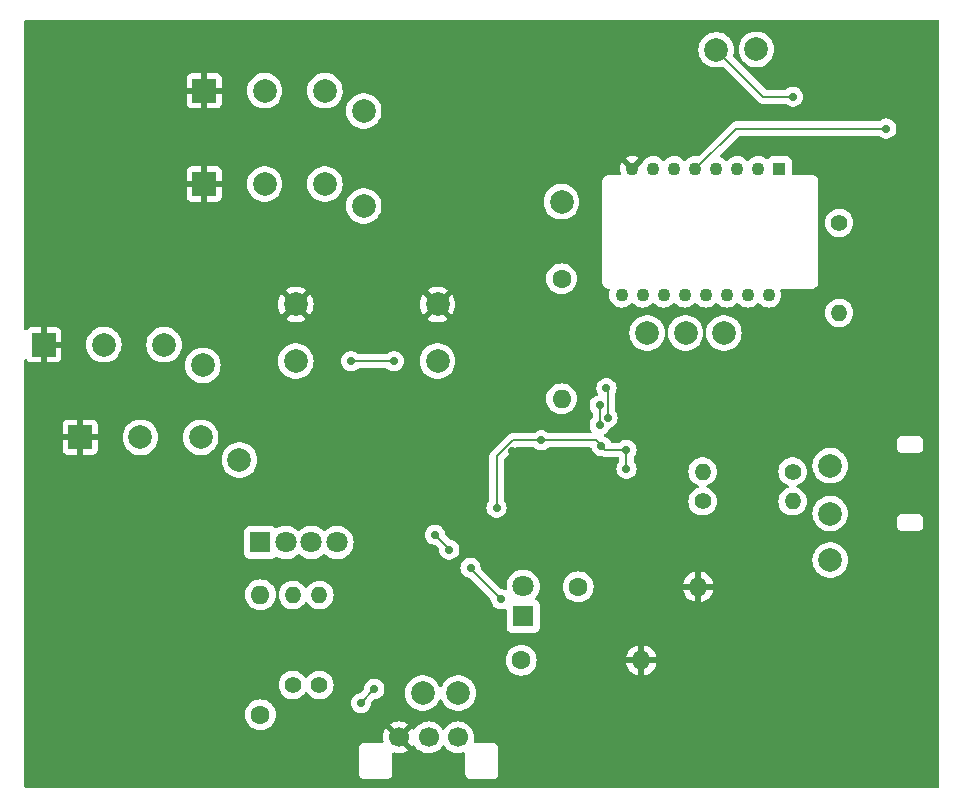
<source format=gbr>
G04 #@! TF.GenerationSoftware,KiCad,Pcbnew,8.0.7*
G04 #@! TF.CreationDate,2025-01-18T00:35:04-05:00*
G04 #@! TF.ProjectId,Mouse,4d6f7573-652e-46b6-9963-61645f706362,rev?*
G04 #@! TF.SameCoordinates,Original*
G04 #@! TF.FileFunction,Copper,L2,Bot*
G04 #@! TF.FilePolarity,Positive*
%FSLAX46Y46*%
G04 Gerber Fmt 4.6, Leading zero omitted, Abs format (unit mm)*
G04 Created by KiCad (PCBNEW 8.0.7) date 2025-01-18 00:35:04*
%MOMM*%
%LPD*%
G01*
G04 APERTURE LIST*
G04 #@! TA.AperFunction,ComponentPad*
%ADD10C,1.700000*%
G04 #@! TD*
G04 #@! TA.AperFunction,ComponentPad*
%ADD11R,1.100000X1.100000*%
G04 #@! TD*
G04 #@! TA.AperFunction,ComponentPad*
%ADD12C,1.100000*%
G04 #@! TD*
G04 #@! TA.AperFunction,ComponentPad*
%ADD13C,2.000000*%
G04 #@! TD*
G04 #@! TA.AperFunction,ComponentPad*
%ADD14R,2.000000X2.000000*%
G04 #@! TD*
G04 #@! TA.AperFunction,ComponentPad*
%ADD15C,1.400000*%
G04 #@! TD*
G04 #@! TA.AperFunction,ComponentPad*
%ADD16O,1.400000X1.400000*%
G04 #@! TD*
G04 #@! TA.AperFunction,ComponentPad*
%ADD17C,1.600000*%
G04 #@! TD*
G04 #@! TA.AperFunction,ComponentPad*
%ADD18O,1.600000X1.600000*%
G04 #@! TD*
G04 #@! TA.AperFunction,ComponentPad*
%ADD19R,1.800000X1.800000*%
G04 #@! TD*
G04 #@! TA.AperFunction,ComponentPad*
%ADD20C,1.800000*%
G04 #@! TD*
G04 #@! TA.AperFunction,ViaPad*
%ADD21C,0.700000*%
G04 #@! TD*
G04 #@! TA.AperFunction,Conductor*
%ADD22C,0.200000*%
G04 #@! TD*
G04 APERTURE END LIST*
D10*
X175250000Y-112250000D03*
X172750000Y-112250000D03*
X170250000Y-112250000D03*
D11*
X202440000Y-64100000D03*
D12*
X200660000Y-64100000D03*
X198880000Y-64100000D03*
X197100000Y-64100000D03*
X195320000Y-64100000D03*
X193540000Y-64100000D03*
X191760000Y-64100000D03*
X189980000Y-64100000D03*
X189090000Y-74800000D03*
X190870000Y-74800000D03*
X192650000Y-74800000D03*
X194430000Y-74800000D03*
X196210000Y-74800000D03*
X197990000Y-74800000D03*
X199770000Y-74800000D03*
X201550000Y-74800000D03*
D13*
X161500000Y-75600000D03*
X173500000Y-75600000D03*
X161500000Y-80400000D03*
X173500000Y-80400000D03*
X206750000Y-93300000D03*
X206750000Y-89250000D03*
D14*
X143250000Y-86850000D03*
D13*
X148350000Y-86850000D03*
X153450000Y-86850000D03*
D14*
X140150000Y-79000000D03*
D13*
X145250000Y-79000000D03*
X150350000Y-79000000D03*
D14*
X153765000Y-65395000D03*
D13*
X158865000Y-65395000D03*
X163965000Y-65395000D03*
X163965000Y-57500000D03*
X158865000Y-57500000D03*
D14*
X153765000Y-57500000D03*
D13*
X200500000Y-54000000D03*
X156735000Y-88755000D03*
X153635000Y-80755000D03*
X175250000Y-108500000D03*
X167250000Y-67250000D03*
X167250000Y-59205000D03*
X172250000Y-108500000D03*
X191250000Y-78000000D03*
X184000000Y-66900000D03*
X197100000Y-54031000D03*
X194500000Y-78000000D03*
X197750000Y-78000000D03*
X206750000Y-97250000D03*
D15*
X207500000Y-68690000D03*
D16*
X207500000Y-76310000D03*
D15*
X163500000Y-107810000D03*
D16*
X163500000Y-100190000D03*
D15*
X161250000Y-107810000D03*
D16*
X161250000Y-100190000D03*
D17*
X158500000Y-110330000D03*
D18*
X158500000Y-100170000D03*
D17*
X184000000Y-73420000D03*
D18*
X184000000Y-83580000D03*
D17*
X180590000Y-105725000D03*
D18*
X190750000Y-105725000D03*
D17*
X185420000Y-99500000D03*
D18*
X195580000Y-99500000D03*
D15*
X195940000Y-92250000D03*
D16*
X203560000Y-92250000D03*
D15*
X203560000Y-89750000D03*
D16*
X195940000Y-89750000D03*
D19*
X158510000Y-95750000D03*
D20*
X160669000Y-95750000D03*
X162828000Y-95750000D03*
X164987000Y-95750000D03*
D19*
X180750000Y-102000000D03*
D20*
X180750000Y-99460000D03*
D21*
X203600000Y-58000000D03*
X211500000Y-60700000D03*
X178500000Y-92800000D03*
X184242284Y-91500000D03*
X182300000Y-87100000D03*
X179800000Y-88000000D03*
X187374265Y-87574265D03*
X176293324Y-97893324D03*
X178859620Y-100559620D03*
X208600000Y-87700000D03*
X197500000Y-82100000D03*
X174500000Y-96350000D03*
X173300000Y-95100000D03*
X187900000Y-85200000D03*
X187804845Y-82704845D03*
X187227640Y-85827640D03*
X187229110Y-84129110D03*
X168153984Y-108153984D03*
X167000000Y-109360000D03*
X189500000Y-89500000D03*
X189500000Y-87900000D03*
X166200000Y-80400000D03*
X169800000Y-80400000D03*
D22*
X166200000Y-80400000D02*
X169800000Y-80400000D01*
X201069000Y-58000000D02*
X197100000Y-54031000D01*
X203600000Y-58000000D02*
X201069000Y-58000000D01*
X211500000Y-60700000D02*
X198802500Y-60700000D01*
X198802500Y-60700000D02*
X195342500Y-64160000D01*
X179851471Y-87100000D02*
X182300000Y-87100000D01*
X178500000Y-92800000D02*
X178500000Y-88451471D01*
X178500000Y-88451471D02*
X179851471Y-87100000D01*
X183300000Y-91500000D02*
X184242284Y-91500000D01*
X179800000Y-88000000D02*
X183300000Y-91500000D01*
X186900000Y-87100000D02*
X187374265Y-87574265D01*
X182300000Y-87100000D02*
X186900000Y-87100000D01*
X187700000Y-87900000D02*
X189500000Y-87900000D01*
X187374265Y-87574265D02*
X187700000Y-87900000D01*
X178859620Y-100559620D02*
X176293324Y-97993324D01*
X176293324Y-97993324D02*
X176293324Y-97893324D01*
X174500000Y-96300000D02*
X173300000Y-95100000D01*
X174500000Y-96350000D02*
X174500000Y-96300000D01*
X187804845Y-82704845D02*
X187900000Y-82800000D01*
X187900000Y-82800000D02*
X187900000Y-85200000D01*
X187229110Y-85826170D02*
X187227640Y-85827640D01*
X187229110Y-84129110D02*
X187229110Y-85826170D01*
X167000000Y-109360000D02*
X167000000Y-109307968D01*
X167000000Y-109307968D02*
X168153984Y-108153984D01*
X189500000Y-87900000D02*
X189500000Y-89500000D01*
G04 #@! TA.AperFunction,Conductor*
G36*
X215942539Y-51520185D02*
G01*
X215988294Y-51572989D01*
X215999500Y-51624500D01*
X215999500Y-116375500D01*
X215979815Y-116442539D01*
X215927011Y-116488294D01*
X215875500Y-116499500D01*
X138624500Y-116499500D01*
X138557461Y-116479815D01*
X138511706Y-116427011D01*
X138500500Y-116375500D01*
X138500500Y-113134108D01*
X166849500Y-113134108D01*
X166849500Y-115365891D01*
X166883608Y-115493187D01*
X166916554Y-115550250D01*
X166949500Y-115607314D01*
X167042686Y-115700500D01*
X167156814Y-115766392D01*
X167284108Y-115800500D01*
X167284110Y-115800500D01*
X169215890Y-115800500D01*
X169215892Y-115800500D01*
X169343186Y-115766392D01*
X169457314Y-115700500D01*
X169550500Y-115607314D01*
X169616392Y-115493186D01*
X169650500Y-115365892D01*
X169650500Y-113648587D01*
X169670185Y-113581548D01*
X169722989Y-113535793D01*
X169792147Y-113525849D01*
X169806594Y-113528812D01*
X170014677Y-113584568D01*
X170014684Y-113584569D01*
X170249998Y-113605157D01*
X170250002Y-113605157D01*
X170485315Y-113584569D01*
X170485326Y-113584567D01*
X170713483Y-113523433D01*
X170713492Y-113523429D01*
X170927580Y-113423599D01*
X171011371Y-113364925D01*
X170379408Y-112732962D01*
X170442993Y-112715925D01*
X170557007Y-112650099D01*
X170650099Y-112557007D01*
X170715925Y-112442993D01*
X170732962Y-112379408D01*
X171364925Y-113011372D01*
X171398120Y-112963967D01*
X171452697Y-112920342D01*
X171522196Y-112913150D01*
X171584550Y-112944673D01*
X171601268Y-112963967D01*
X171711505Y-113121401D01*
X171878599Y-113288495D01*
X171975384Y-113356265D01*
X172072165Y-113424032D01*
X172072167Y-113424033D01*
X172072170Y-113424035D01*
X172286337Y-113523903D01*
X172286343Y-113523904D01*
X172286344Y-113523905D01*
X172330712Y-113535793D01*
X172514592Y-113585063D01*
X172702918Y-113601539D01*
X172749999Y-113605659D01*
X172750000Y-113605659D01*
X172750001Y-113605659D01*
X172789234Y-113602226D01*
X172985408Y-113585063D01*
X173213663Y-113523903D01*
X173427830Y-113424035D01*
X173621401Y-113288495D01*
X173788495Y-113121401D01*
X173898425Y-112964405D01*
X173953002Y-112920780D01*
X174022500Y-112913586D01*
X174084855Y-112945109D01*
X174101575Y-112964405D01*
X174211505Y-113121401D01*
X174378599Y-113288495D01*
X174475384Y-113356265D01*
X174572165Y-113424032D01*
X174572167Y-113424033D01*
X174572170Y-113424035D01*
X174786337Y-113523903D01*
X174786343Y-113523904D01*
X174786344Y-113523905D01*
X174830712Y-113535793D01*
X175014592Y-113585063D01*
X175202918Y-113601539D01*
X175249999Y-113605659D01*
X175250000Y-113605659D01*
X175250001Y-113605659D01*
X175289234Y-113602226D01*
X175485408Y-113585063D01*
X175693408Y-113529330D01*
X175763256Y-113530993D01*
X175821119Y-113570156D01*
X175848623Y-113634384D01*
X175849500Y-113649105D01*
X175849500Y-115365891D01*
X175883608Y-115493187D01*
X175916554Y-115550250D01*
X175949500Y-115607314D01*
X176042686Y-115700500D01*
X176156814Y-115766392D01*
X176284108Y-115800500D01*
X176284110Y-115800500D01*
X178215890Y-115800500D01*
X178215892Y-115800500D01*
X178343186Y-115766392D01*
X178457314Y-115700500D01*
X178550500Y-115607314D01*
X178616392Y-115493186D01*
X178650500Y-115365892D01*
X178650500Y-113134108D01*
X178616392Y-113006814D01*
X178550500Y-112892686D01*
X178457314Y-112799500D01*
X178371578Y-112750000D01*
X178343187Y-112733608D01*
X178279539Y-112716554D01*
X178215892Y-112699500D01*
X178215891Y-112699500D01*
X176689297Y-112699500D01*
X176622258Y-112679815D01*
X176576503Y-112627011D01*
X176566559Y-112557853D01*
X176569522Y-112543407D01*
X176585063Y-112485408D01*
X176605659Y-112250000D01*
X176585063Y-112014592D01*
X176523903Y-111786337D01*
X176424035Y-111572171D01*
X176413230Y-111556739D01*
X176288494Y-111378597D01*
X176121402Y-111211506D01*
X176121395Y-111211501D01*
X175927834Y-111075967D01*
X175927830Y-111075965D01*
X175927828Y-111075964D01*
X175713663Y-110976097D01*
X175713659Y-110976096D01*
X175713655Y-110976094D01*
X175485413Y-110914938D01*
X175485403Y-110914936D01*
X175250001Y-110894341D01*
X175249999Y-110894341D01*
X175014596Y-110914936D01*
X175014586Y-110914938D01*
X174786344Y-110976094D01*
X174786335Y-110976098D01*
X174572171Y-111075964D01*
X174572169Y-111075965D01*
X174378597Y-111211505D01*
X174211505Y-111378597D01*
X174101575Y-111535595D01*
X174046998Y-111579220D01*
X173977500Y-111586414D01*
X173915145Y-111554891D01*
X173898425Y-111535595D01*
X173788494Y-111378597D01*
X173621402Y-111211506D01*
X173621395Y-111211501D01*
X173427834Y-111075967D01*
X173427830Y-111075965D01*
X173427828Y-111075964D01*
X173213663Y-110976097D01*
X173213659Y-110976096D01*
X173213655Y-110976094D01*
X172985413Y-110914938D01*
X172985403Y-110914936D01*
X172750001Y-110894341D01*
X172749999Y-110894341D01*
X172514596Y-110914936D01*
X172514586Y-110914938D01*
X172286344Y-110976094D01*
X172286335Y-110976098D01*
X172072171Y-111075964D01*
X172072169Y-111075965D01*
X171878597Y-111211505D01*
X171711508Y-111378594D01*
X171601269Y-111536032D01*
X171546692Y-111579656D01*
X171477193Y-111586849D01*
X171414839Y-111555327D01*
X171398119Y-111536032D01*
X171364925Y-111488626D01*
X170732962Y-112120590D01*
X170715925Y-112057007D01*
X170650099Y-111942993D01*
X170557007Y-111849901D01*
X170442993Y-111784075D01*
X170379409Y-111767037D01*
X171011372Y-111135073D01*
X170927576Y-111076398D01*
X170713492Y-110976570D01*
X170713483Y-110976566D01*
X170485326Y-110915432D01*
X170485315Y-110915430D01*
X170250002Y-110894843D01*
X170249998Y-110894843D01*
X170014684Y-110915430D01*
X170014673Y-110915432D01*
X169786516Y-110976566D01*
X169786507Y-110976570D01*
X169572423Y-111076399D01*
X169572421Y-111076400D01*
X169488627Y-111135073D01*
X169488626Y-111135073D01*
X170120591Y-111767037D01*
X170057007Y-111784075D01*
X169942993Y-111849901D01*
X169849901Y-111942993D01*
X169784075Y-112057007D01*
X169767037Y-112120591D01*
X169135073Y-111488626D01*
X169135073Y-111488627D01*
X169076400Y-111572421D01*
X169076399Y-111572423D01*
X168976570Y-111786507D01*
X168976566Y-111786516D01*
X168915432Y-112014673D01*
X168915430Y-112014684D01*
X168894843Y-112249998D01*
X168894843Y-112250001D01*
X168915430Y-112485315D01*
X168915432Y-112485326D01*
X168930995Y-112543407D01*
X168929332Y-112613257D01*
X168890169Y-112671119D01*
X168825941Y-112698623D01*
X168811220Y-112699500D01*
X167284108Y-112699500D01*
X167156812Y-112733608D01*
X167042686Y-112799500D01*
X167042683Y-112799502D01*
X166949502Y-112892683D01*
X166949500Y-112892686D01*
X166883608Y-113006812D01*
X166849500Y-113134108D01*
X138500500Y-113134108D01*
X138500500Y-110329998D01*
X157194532Y-110329998D01*
X157194532Y-110330001D01*
X157214364Y-110556686D01*
X157214366Y-110556697D01*
X157273258Y-110776488D01*
X157273261Y-110776497D01*
X157369431Y-110982732D01*
X157369432Y-110982734D01*
X157499954Y-111169141D01*
X157660858Y-111330045D01*
X157660861Y-111330047D01*
X157847266Y-111460568D01*
X158053504Y-111556739D01*
X158273308Y-111615635D01*
X158435230Y-111629801D01*
X158499998Y-111635468D01*
X158500000Y-111635468D01*
X158500002Y-111635468D01*
X158556673Y-111630509D01*
X158726692Y-111615635D01*
X158946496Y-111556739D01*
X159152734Y-111460568D01*
X159339139Y-111330047D01*
X159500047Y-111169139D01*
X159630568Y-110982734D01*
X159726739Y-110776496D01*
X159785635Y-110556692D01*
X159805468Y-110330000D01*
X159785635Y-110103308D01*
X159726739Y-109883504D01*
X159630568Y-109677266D01*
X159500047Y-109490861D01*
X159500045Y-109490858D01*
X159369187Y-109360000D01*
X166144815Y-109360000D01*
X166163503Y-109537805D01*
X166163504Y-109537807D01*
X166218747Y-109707829D01*
X166218750Y-109707835D01*
X166308141Y-109862665D01*
X166326903Y-109883502D01*
X166427764Y-109995521D01*
X166427767Y-109995523D01*
X166427770Y-109995526D01*
X166572407Y-110100612D01*
X166735733Y-110173329D01*
X166910609Y-110210500D01*
X166910610Y-110210500D01*
X167089389Y-110210500D01*
X167089391Y-110210500D01*
X167264267Y-110173329D01*
X167427593Y-110100612D01*
X167572230Y-109995526D01*
X167691859Y-109862665D01*
X167781250Y-109707835D01*
X167836497Y-109537803D01*
X167855185Y-109360000D01*
X167855185Y-109359996D01*
X167855185Y-109353501D01*
X167858268Y-109353501D01*
X167868256Y-109297951D01*
X167891486Y-109265715D01*
X168116401Y-109040800D01*
X168177723Y-109007318D01*
X168204081Y-109004484D01*
X168243373Y-109004484D01*
X168243375Y-109004484D01*
X168418251Y-108967313D01*
X168581577Y-108894596D01*
X168726214Y-108789510D01*
X168741869Y-108772124D01*
X168763759Y-108747812D01*
X168845843Y-108656649D01*
X168935234Y-108501819D01*
X168935827Y-108499994D01*
X170744357Y-108499994D01*
X170744357Y-108500005D01*
X170764890Y-108747812D01*
X170764892Y-108747824D01*
X170825936Y-108988881D01*
X170925826Y-109216606D01*
X171061833Y-109424782D01*
X171061836Y-109424785D01*
X171230256Y-109607738D01*
X171426491Y-109760474D01*
X171645190Y-109878828D01*
X171880386Y-109959571D01*
X172125665Y-110000500D01*
X172374335Y-110000500D01*
X172619614Y-109959571D01*
X172854810Y-109878828D01*
X173073509Y-109760474D01*
X173269744Y-109607738D01*
X173438164Y-109424785D01*
X173574173Y-109216607D01*
X173636444Y-109074644D01*
X173681400Y-109021158D01*
X173748136Y-109000468D01*
X173815464Y-109019143D01*
X173862007Y-109071253D01*
X173863556Y-109074644D01*
X173925826Y-109216606D01*
X174061833Y-109424782D01*
X174061836Y-109424785D01*
X174230256Y-109607738D01*
X174426491Y-109760474D01*
X174645190Y-109878828D01*
X174880386Y-109959571D01*
X175125665Y-110000500D01*
X175374335Y-110000500D01*
X175619614Y-109959571D01*
X175854810Y-109878828D01*
X176073509Y-109760474D01*
X176269744Y-109607738D01*
X176438164Y-109424785D01*
X176574173Y-109216607D01*
X176674063Y-108988881D01*
X176735108Y-108747821D01*
X176745514Y-108622238D01*
X176755643Y-108500005D01*
X176755643Y-108499994D01*
X176735109Y-108252187D01*
X176735107Y-108252175D01*
X176674063Y-108011118D01*
X176574173Y-107783393D01*
X176438166Y-107575217D01*
X176385916Y-107518459D01*
X176269744Y-107392262D01*
X176073509Y-107239526D01*
X176073507Y-107239525D01*
X176073506Y-107239524D01*
X175854811Y-107121172D01*
X175854802Y-107121169D01*
X175619616Y-107040429D01*
X175374335Y-106999500D01*
X175125665Y-106999500D01*
X174880383Y-107040429D01*
X174645197Y-107121169D01*
X174645188Y-107121172D01*
X174426493Y-107239524D01*
X174230257Y-107392261D01*
X174061833Y-107575217D01*
X173925826Y-107783393D01*
X173863556Y-107925355D01*
X173818600Y-107978841D01*
X173751864Y-107999531D01*
X173684536Y-107980856D01*
X173637993Y-107928746D01*
X173636444Y-107925355D01*
X173574173Y-107783393D01*
X173438166Y-107575217D01*
X173385916Y-107518459D01*
X173269744Y-107392262D01*
X173073509Y-107239526D01*
X173073507Y-107239525D01*
X173073506Y-107239524D01*
X172854811Y-107121172D01*
X172854802Y-107121169D01*
X172619616Y-107040429D01*
X172374335Y-106999500D01*
X172125665Y-106999500D01*
X171880383Y-107040429D01*
X171645197Y-107121169D01*
X171645188Y-107121172D01*
X171426493Y-107239524D01*
X171230257Y-107392261D01*
X171061833Y-107575217D01*
X170925826Y-107783393D01*
X170825936Y-108011118D01*
X170764892Y-108252175D01*
X170764890Y-108252187D01*
X170744357Y-108499994D01*
X168935827Y-108499994D01*
X168990481Y-108331787D01*
X169009169Y-108153984D01*
X168990481Y-107976181D01*
X168962857Y-107891165D01*
X168935236Y-107806154D01*
X168935233Y-107806148D01*
X168845843Y-107651319D01*
X168789246Y-107588462D01*
X168726219Y-107518462D01*
X168726216Y-107518460D01*
X168726215Y-107518459D01*
X168726214Y-107518458D01*
X168581577Y-107413372D01*
X168418251Y-107340655D01*
X168418249Y-107340654D01*
X168290578Y-107313517D01*
X168243375Y-107303484D01*
X168064593Y-107303484D01*
X168033938Y-107309999D01*
X167889717Y-107340654D01*
X167889712Y-107340656D01*
X167726392Y-107413371D01*
X167581752Y-107518459D01*
X167462124Y-107651320D01*
X167372734Y-107806148D01*
X167372731Y-107806154D01*
X167317488Y-107976176D01*
X167317487Y-107976179D01*
X167302690Y-108116962D01*
X167276105Y-108181577D01*
X167267050Y-108191681D01*
X166984818Y-108473914D01*
X166923495Y-108507399D01*
X166911150Y-108509385D01*
X166735733Y-108546670D01*
X166735728Y-108546672D01*
X166572408Y-108619387D01*
X166427768Y-108724475D01*
X166308140Y-108857336D01*
X166218750Y-109012164D01*
X166218747Y-109012170D01*
X166163504Y-109182192D01*
X166163503Y-109182194D01*
X166144815Y-109360000D01*
X159369187Y-109360000D01*
X159339141Y-109329954D01*
X159152734Y-109199432D01*
X159152732Y-109199431D01*
X158946497Y-109103261D01*
X158946488Y-109103258D01*
X158726697Y-109044366D01*
X158726693Y-109044365D01*
X158726692Y-109044365D01*
X158726691Y-109044364D01*
X158726686Y-109044364D01*
X158500002Y-109024532D01*
X158499998Y-109024532D01*
X158273313Y-109044364D01*
X158273302Y-109044366D01*
X158053511Y-109103258D01*
X158053502Y-109103261D01*
X157847267Y-109199431D01*
X157847265Y-109199432D01*
X157660858Y-109329954D01*
X157499954Y-109490858D01*
X157369432Y-109677265D01*
X157369431Y-109677267D01*
X157273261Y-109883502D01*
X157273258Y-109883511D01*
X157214366Y-110103302D01*
X157214364Y-110103313D01*
X157194532Y-110329998D01*
X138500500Y-110329998D01*
X138500500Y-107809999D01*
X160044357Y-107809999D01*
X160044357Y-107810000D01*
X160064884Y-108031535D01*
X160064885Y-108031537D01*
X160125769Y-108245523D01*
X160125775Y-108245538D01*
X160224938Y-108444683D01*
X160224943Y-108444691D01*
X160359020Y-108622238D01*
X160523437Y-108772123D01*
X160523439Y-108772125D01*
X160712595Y-108889245D01*
X160712596Y-108889245D01*
X160712599Y-108889247D01*
X160920060Y-108969618D01*
X161138757Y-109010500D01*
X161138759Y-109010500D01*
X161361241Y-109010500D01*
X161361243Y-109010500D01*
X161579940Y-108969618D01*
X161787401Y-108889247D01*
X161976562Y-108772124D01*
X162140981Y-108622236D01*
X162252988Y-108473914D01*
X162276046Y-108443381D01*
X162332155Y-108401744D01*
X162401866Y-108397052D01*
X162463049Y-108430795D01*
X162473954Y-108443381D01*
X162609017Y-108622234D01*
X162609019Y-108622237D01*
X162773437Y-108772123D01*
X162773439Y-108772125D01*
X162962595Y-108889245D01*
X162962596Y-108889245D01*
X162962599Y-108889247D01*
X163170060Y-108969618D01*
X163388757Y-109010500D01*
X163388759Y-109010500D01*
X163611241Y-109010500D01*
X163611243Y-109010500D01*
X163829940Y-108969618D01*
X164037401Y-108889247D01*
X164226562Y-108772124D01*
X164390981Y-108622236D01*
X164525058Y-108444689D01*
X164624229Y-108245528D01*
X164685115Y-108031536D01*
X164705643Y-107810000D01*
X164685115Y-107588464D01*
X164624229Y-107374472D01*
X164607391Y-107340656D01*
X164525061Y-107175316D01*
X164525056Y-107175308D01*
X164390979Y-106997761D01*
X164226562Y-106847876D01*
X164226560Y-106847874D01*
X164037404Y-106730754D01*
X164037398Y-106730752D01*
X164022672Y-106725047D01*
X163829940Y-106650382D01*
X163611243Y-106609500D01*
X163388757Y-106609500D01*
X163170060Y-106650382D01*
X163038864Y-106701207D01*
X162962601Y-106730752D01*
X162962595Y-106730754D01*
X162773439Y-106847874D01*
X162773437Y-106847876D01*
X162609020Y-106997761D01*
X162473954Y-107176619D01*
X162417845Y-107218255D01*
X162348133Y-107222946D01*
X162286951Y-107189204D01*
X162276046Y-107176619D01*
X162140979Y-106997761D01*
X161976562Y-106847876D01*
X161976560Y-106847874D01*
X161787404Y-106730754D01*
X161787398Y-106730752D01*
X161772672Y-106725047D01*
X161579940Y-106650382D01*
X161361243Y-106609500D01*
X161138757Y-106609500D01*
X160920060Y-106650382D01*
X160788864Y-106701207D01*
X160712601Y-106730752D01*
X160712595Y-106730754D01*
X160523439Y-106847874D01*
X160523437Y-106847876D01*
X160359020Y-106997761D01*
X160224943Y-107175308D01*
X160224938Y-107175316D01*
X160125775Y-107374461D01*
X160125769Y-107374476D01*
X160064885Y-107588462D01*
X160064884Y-107588464D01*
X160044357Y-107809999D01*
X138500500Y-107809999D01*
X138500500Y-105724998D01*
X179284532Y-105724998D01*
X179284532Y-105725001D01*
X179304364Y-105951686D01*
X179304366Y-105951697D01*
X179363258Y-106171488D01*
X179363261Y-106171497D01*
X179459431Y-106377732D01*
X179459432Y-106377734D01*
X179589954Y-106564141D01*
X179750858Y-106725045D01*
X179797693Y-106757839D01*
X179937266Y-106855568D01*
X180143504Y-106951739D01*
X180363308Y-107010635D01*
X180525230Y-107024801D01*
X180589998Y-107030468D01*
X180590000Y-107030468D01*
X180590002Y-107030468D01*
X180646673Y-107025509D01*
X180816692Y-107010635D01*
X181036496Y-106951739D01*
X181242734Y-106855568D01*
X181429139Y-106725047D01*
X181590047Y-106564139D01*
X181720568Y-106377734D01*
X181816739Y-106171496D01*
X181875635Y-105951692D01*
X181895468Y-105725000D01*
X181875635Y-105498308D01*
X181869389Y-105474999D01*
X189471127Y-105474999D01*
X189471128Y-105475000D01*
X190434314Y-105475000D01*
X190429920Y-105479394D01*
X190377259Y-105570606D01*
X190350000Y-105672339D01*
X190350000Y-105777661D01*
X190377259Y-105879394D01*
X190429920Y-105970606D01*
X190434314Y-105975000D01*
X189471128Y-105975000D01*
X189523730Y-106171317D01*
X189523734Y-106171326D01*
X189619865Y-106377482D01*
X189750342Y-106563820D01*
X189911179Y-106724657D01*
X190097517Y-106855134D01*
X190303673Y-106951265D01*
X190303682Y-106951269D01*
X190499999Y-107003872D01*
X190500000Y-107003871D01*
X190500000Y-106040686D01*
X190504394Y-106045080D01*
X190595606Y-106097741D01*
X190697339Y-106125000D01*
X190802661Y-106125000D01*
X190904394Y-106097741D01*
X190995606Y-106045080D01*
X191000000Y-106040686D01*
X191000000Y-107003872D01*
X191196317Y-106951269D01*
X191196326Y-106951265D01*
X191402482Y-106855134D01*
X191588820Y-106724657D01*
X191749657Y-106563820D01*
X191880134Y-106377482D01*
X191976265Y-106171326D01*
X191976269Y-106171317D01*
X192028872Y-105975000D01*
X191065686Y-105975000D01*
X191070080Y-105970606D01*
X191122741Y-105879394D01*
X191150000Y-105777661D01*
X191150000Y-105672339D01*
X191122741Y-105570606D01*
X191070080Y-105479394D01*
X191065686Y-105475000D01*
X192028872Y-105475000D01*
X192028872Y-105474999D01*
X191976269Y-105278682D01*
X191976265Y-105278673D01*
X191880134Y-105072517D01*
X191749657Y-104886179D01*
X191588820Y-104725342D01*
X191402482Y-104594865D01*
X191196328Y-104498734D01*
X191000000Y-104446127D01*
X191000000Y-105409314D01*
X190995606Y-105404920D01*
X190904394Y-105352259D01*
X190802661Y-105325000D01*
X190697339Y-105325000D01*
X190595606Y-105352259D01*
X190504394Y-105404920D01*
X190500000Y-105409314D01*
X190500000Y-104446127D01*
X190303671Y-104498734D01*
X190097517Y-104594865D01*
X189911179Y-104725342D01*
X189750342Y-104886179D01*
X189619865Y-105072517D01*
X189523734Y-105278673D01*
X189523730Y-105278682D01*
X189471127Y-105474999D01*
X181869389Y-105474999D01*
X181816739Y-105278504D01*
X181720568Y-105072266D01*
X181590047Y-104885861D01*
X181590045Y-104885858D01*
X181429141Y-104724954D01*
X181242734Y-104594432D01*
X181242732Y-104594431D01*
X181036497Y-104498261D01*
X181036488Y-104498258D01*
X180816697Y-104439366D01*
X180816693Y-104439365D01*
X180816692Y-104439365D01*
X180816691Y-104439364D01*
X180816686Y-104439364D01*
X180590002Y-104419532D01*
X180589998Y-104419532D01*
X180363313Y-104439364D01*
X180363302Y-104439366D01*
X180143511Y-104498258D01*
X180143502Y-104498261D01*
X179937267Y-104594431D01*
X179937265Y-104594432D01*
X179750858Y-104724954D01*
X179589954Y-104885858D01*
X179459432Y-105072265D01*
X179459431Y-105072267D01*
X179363261Y-105278502D01*
X179363258Y-105278511D01*
X179304366Y-105498302D01*
X179304364Y-105498313D01*
X179284532Y-105724998D01*
X138500500Y-105724998D01*
X138500500Y-100169998D01*
X157194532Y-100169998D01*
X157194532Y-100170001D01*
X157214364Y-100396686D01*
X157214366Y-100396697D01*
X157273258Y-100616488D01*
X157273261Y-100616497D01*
X157369431Y-100822732D01*
X157369432Y-100822734D01*
X157499954Y-101009141D01*
X157660858Y-101170045D01*
X157660861Y-101170047D01*
X157847266Y-101300568D01*
X158053504Y-101396739D01*
X158273308Y-101455635D01*
X158435230Y-101469801D01*
X158499998Y-101475468D01*
X158500000Y-101475468D01*
X158500002Y-101475468D01*
X158556673Y-101470509D01*
X158726692Y-101455635D01*
X158946496Y-101396739D01*
X159152734Y-101300568D01*
X159339139Y-101170047D01*
X159500047Y-101009139D01*
X159630568Y-100822734D01*
X159726739Y-100616496D01*
X159785635Y-100396692D01*
X159800601Y-100225629D01*
X159817226Y-100183126D01*
X160030516Y-100183126D01*
X160045697Y-100212006D01*
X160047599Y-100224997D01*
X160064885Y-100411535D01*
X160064885Y-100411537D01*
X160125769Y-100625523D01*
X160125775Y-100625538D01*
X160224938Y-100824683D01*
X160224943Y-100824691D01*
X160359020Y-101002238D01*
X160523437Y-101152123D01*
X160523439Y-101152125D01*
X160712595Y-101269245D01*
X160712596Y-101269245D01*
X160712599Y-101269247D01*
X160920060Y-101349618D01*
X161138757Y-101390500D01*
X161138759Y-101390500D01*
X161361241Y-101390500D01*
X161361243Y-101390500D01*
X161579940Y-101349618D01*
X161787401Y-101269247D01*
X161976562Y-101152124D01*
X162140981Y-101002236D01*
X162250153Y-100857669D01*
X162276046Y-100823381D01*
X162332155Y-100781744D01*
X162401866Y-100777052D01*
X162463049Y-100810795D01*
X162473954Y-100823381D01*
X162609017Y-101002234D01*
X162609019Y-101002237D01*
X162773437Y-101152123D01*
X162773439Y-101152125D01*
X162962595Y-101269245D01*
X162962596Y-101269245D01*
X162962599Y-101269247D01*
X163170060Y-101349618D01*
X163388757Y-101390500D01*
X163388759Y-101390500D01*
X163611241Y-101390500D01*
X163611243Y-101390500D01*
X163829940Y-101349618D01*
X164037401Y-101269247D01*
X164226562Y-101152124D01*
X164390981Y-101002236D01*
X164525058Y-100824689D01*
X164624229Y-100625528D01*
X164685115Y-100411536D01*
X164705643Y-100190000D01*
X164685115Y-99968464D01*
X164624229Y-99754472D01*
X164624224Y-99754461D01*
X164525061Y-99555316D01*
X164525056Y-99555308D01*
X164390979Y-99377761D01*
X164226562Y-99227876D01*
X164226560Y-99227874D01*
X164037404Y-99110754D01*
X164037398Y-99110752D01*
X164009644Y-99100000D01*
X163829940Y-99030382D01*
X163611243Y-98989500D01*
X163388757Y-98989500D01*
X163170060Y-99030382D01*
X163109916Y-99053682D01*
X162962601Y-99110752D01*
X162962595Y-99110754D01*
X162773439Y-99227874D01*
X162773437Y-99227876D01*
X162609020Y-99377761D01*
X162473954Y-99556619D01*
X162417845Y-99598255D01*
X162348133Y-99602946D01*
X162286951Y-99569204D01*
X162276046Y-99556619D01*
X162140979Y-99377761D01*
X161976562Y-99227876D01*
X161976560Y-99227874D01*
X161787404Y-99110754D01*
X161787398Y-99110752D01*
X161759644Y-99100000D01*
X161579940Y-99030382D01*
X161361243Y-98989500D01*
X161138757Y-98989500D01*
X160920060Y-99030382D01*
X160859916Y-99053682D01*
X160712601Y-99110752D01*
X160712595Y-99110754D01*
X160523439Y-99227874D01*
X160523437Y-99227876D01*
X160359020Y-99377761D01*
X160224943Y-99555308D01*
X160224938Y-99555316D01*
X160125775Y-99754461D01*
X160125769Y-99754476D01*
X160064885Y-99968462D01*
X160064885Y-99968464D01*
X160049399Y-100135577D01*
X160030516Y-100183126D01*
X159817226Y-100183126D01*
X159819491Y-100177334D01*
X159804235Y-100147942D01*
X159802402Y-100134957D01*
X159785635Y-99943308D01*
X159732845Y-99746291D01*
X159726741Y-99723511D01*
X159726738Y-99723502D01*
X159724675Y-99719077D01*
X159630568Y-99517266D01*
X159532839Y-99377693D01*
X159500045Y-99330858D01*
X159339141Y-99169954D01*
X159152734Y-99039432D01*
X159152732Y-99039431D01*
X158946497Y-98943261D01*
X158946488Y-98943258D01*
X158726697Y-98884366D01*
X158726693Y-98884365D01*
X158726692Y-98884365D01*
X158726691Y-98884364D01*
X158726686Y-98884364D01*
X158500002Y-98864532D01*
X158499998Y-98864532D01*
X158273313Y-98884364D01*
X158273302Y-98884366D01*
X158053511Y-98943258D01*
X158053502Y-98943261D01*
X157847267Y-99039431D01*
X157847265Y-99039432D01*
X157660858Y-99169954D01*
X157499954Y-99330858D01*
X157369432Y-99517265D01*
X157369431Y-99517267D01*
X157273261Y-99723502D01*
X157273258Y-99723511D01*
X157214366Y-99943302D01*
X157214364Y-99943313D01*
X157194532Y-100169998D01*
X138500500Y-100169998D01*
X138500500Y-97893324D01*
X175438139Y-97893324D01*
X175456827Y-98071129D01*
X175456828Y-98071131D01*
X175512071Y-98241153D01*
X175512074Y-98241159D01*
X175601465Y-98395989D01*
X175643136Y-98442270D01*
X175721088Y-98528845D01*
X175721091Y-98528847D01*
X175721094Y-98528850D01*
X175865731Y-98633936D01*
X176029057Y-98706653D01*
X176156137Y-98733664D01*
X176217619Y-98766856D01*
X176218038Y-98767273D01*
X177972686Y-100521922D01*
X178006171Y-100583245D01*
X178008326Y-100596641D01*
X178023123Y-100737424D01*
X178023124Y-100737427D01*
X178078367Y-100907449D01*
X178078370Y-100907455D01*
X178167761Y-101062285D01*
X178209432Y-101108566D01*
X178287384Y-101195141D01*
X178287387Y-101195143D01*
X178287390Y-101195146D01*
X178432027Y-101300232D01*
X178595353Y-101372949D01*
X178770229Y-101410120D01*
X178770230Y-101410120D01*
X178949009Y-101410120D01*
X178949011Y-101410120D01*
X179123887Y-101372949D01*
X179175066Y-101350162D01*
X179244313Y-101340877D01*
X179307590Y-101370505D01*
X179344804Y-101429640D01*
X179349500Y-101463442D01*
X179349500Y-102947870D01*
X179349501Y-102947876D01*
X179355908Y-103007483D01*
X179406202Y-103142328D01*
X179406206Y-103142335D01*
X179492452Y-103257544D01*
X179492455Y-103257547D01*
X179607664Y-103343793D01*
X179607671Y-103343797D01*
X179742517Y-103394091D01*
X179742516Y-103394091D01*
X179749444Y-103394835D01*
X179802127Y-103400500D01*
X181697872Y-103400499D01*
X181757483Y-103394091D01*
X181892331Y-103343796D01*
X182007546Y-103257546D01*
X182093796Y-103142331D01*
X182144091Y-103007483D01*
X182150500Y-102947873D01*
X182150499Y-101052128D01*
X182144091Y-100992517D01*
X182093796Y-100857669D01*
X182093795Y-100857668D01*
X182093793Y-100857664D01*
X182007547Y-100742455D01*
X182007544Y-100742452D01*
X181892335Y-100656206D01*
X181892328Y-100656202D01*
X181812094Y-100626277D01*
X181756160Y-100584406D01*
X181731743Y-100518941D01*
X181746595Y-100450668D01*
X181764190Y-100426121D01*
X181858979Y-100323153D01*
X181985924Y-100128849D01*
X182079157Y-99916300D01*
X182136134Y-99691305D01*
X182136289Y-99689435D01*
X182151986Y-99499998D01*
X184114532Y-99499998D01*
X184114532Y-99500001D01*
X184134364Y-99726686D01*
X184134366Y-99726697D01*
X184193258Y-99946488D01*
X184193261Y-99946497D01*
X184289431Y-100152732D01*
X184289432Y-100152734D01*
X184419954Y-100339141D01*
X184580858Y-100500045D01*
X184580861Y-100500047D01*
X184767266Y-100630568D01*
X184973504Y-100726739D01*
X185193308Y-100785635D01*
X185355230Y-100799801D01*
X185419998Y-100805468D01*
X185420000Y-100805468D01*
X185420002Y-100805468D01*
X185476673Y-100800509D01*
X185646692Y-100785635D01*
X185866496Y-100726739D01*
X186072734Y-100630568D01*
X186259139Y-100500047D01*
X186420047Y-100339139D01*
X186550568Y-100152734D01*
X186646739Y-99946496D01*
X186705635Y-99726692D01*
X186725468Y-99500000D01*
X186721968Y-99460000D01*
X186705635Y-99273313D01*
X186705635Y-99273308D01*
X186699389Y-99249999D01*
X194301127Y-99249999D01*
X194301128Y-99250000D01*
X195264314Y-99250000D01*
X195259920Y-99254394D01*
X195207259Y-99345606D01*
X195180000Y-99447339D01*
X195180000Y-99552661D01*
X195207259Y-99654394D01*
X195259920Y-99745606D01*
X195264314Y-99750000D01*
X194301128Y-99750000D01*
X194353730Y-99946317D01*
X194353734Y-99946326D01*
X194449865Y-100152482D01*
X194580342Y-100338820D01*
X194741179Y-100499657D01*
X194927517Y-100630134D01*
X195133673Y-100726265D01*
X195133682Y-100726269D01*
X195329999Y-100778872D01*
X195330000Y-100778871D01*
X195330000Y-99815686D01*
X195334394Y-99820080D01*
X195425606Y-99872741D01*
X195527339Y-99900000D01*
X195632661Y-99900000D01*
X195734394Y-99872741D01*
X195825606Y-99820080D01*
X195830000Y-99815686D01*
X195830000Y-100778872D01*
X196026317Y-100726269D01*
X196026326Y-100726265D01*
X196232482Y-100630134D01*
X196418820Y-100499657D01*
X196579657Y-100338820D01*
X196710134Y-100152482D01*
X196806265Y-99946326D01*
X196806269Y-99946317D01*
X196858872Y-99750000D01*
X195895686Y-99750000D01*
X195900080Y-99745606D01*
X195952741Y-99654394D01*
X195980000Y-99552661D01*
X195980000Y-99447339D01*
X195952741Y-99345606D01*
X195900080Y-99254394D01*
X195895686Y-99250000D01*
X196858872Y-99250000D01*
X196858872Y-99249999D01*
X196806269Y-99053682D01*
X196806265Y-99053673D01*
X196710134Y-98847517D01*
X196579657Y-98661179D01*
X196418820Y-98500342D01*
X196232482Y-98369865D01*
X196026328Y-98273734D01*
X195830000Y-98221127D01*
X195830000Y-99184314D01*
X195825606Y-99179920D01*
X195734394Y-99127259D01*
X195632661Y-99100000D01*
X195527339Y-99100000D01*
X195425606Y-99127259D01*
X195334394Y-99179920D01*
X195330000Y-99184314D01*
X195330000Y-98221127D01*
X195133671Y-98273734D01*
X194927517Y-98369865D01*
X194741179Y-98500342D01*
X194580342Y-98661179D01*
X194449865Y-98847517D01*
X194353734Y-99053673D01*
X194353730Y-99053682D01*
X194301127Y-99249999D01*
X186699389Y-99249999D01*
X186646739Y-99053504D01*
X186550568Y-98847266D01*
X186420047Y-98660861D01*
X186420045Y-98660858D01*
X186259141Y-98499954D01*
X186072734Y-98369432D01*
X186072732Y-98369431D01*
X185866497Y-98273261D01*
X185866488Y-98273258D01*
X185646697Y-98214366D01*
X185646693Y-98214365D01*
X185646692Y-98214365D01*
X185646691Y-98214364D01*
X185646686Y-98214364D01*
X185420002Y-98194532D01*
X185419998Y-98194532D01*
X185193313Y-98214364D01*
X185193302Y-98214366D01*
X184973511Y-98273258D01*
X184973502Y-98273261D01*
X184767267Y-98369431D01*
X184767265Y-98369432D01*
X184580858Y-98499954D01*
X184419954Y-98660858D01*
X184289432Y-98847265D01*
X184289431Y-98847267D01*
X184193261Y-99053502D01*
X184193258Y-99053511D01*
X184134366Y-99273302D01*
X184134364Y-99273313D01*
X184114532Y-99499998D01*
X182151986Y-99499998D01*
X182155300Y-99460006D01*
X182155300Y-99459993D01*
X182136135Y-99228702D01*
X182136133Y-99228691D01*
X182079157Y-99003699D01*
X181985924Y-98791151D01*
X181858983Y-98596852D01*
X181858980Y-98596849D01*
X181858979Y-98596847D01*
X181701784Y-98426087D01*
X181701779Y-98426083D01*
X181701777Y-98426081D01*
X181518634Y-98283535D01*
X181518628Y-98283531D01*
X181314504Y-98173064D01*
X181314495Y-98173061D01*
X181094984Y-98097702D01*
X180923282Y-98069050D01*
X180866049Y-98059500D01*
X180633951Y-98059500D01*
X180588164Y-98067140D01*
X180405015Y-98097702D01*
X180185504Y-98173061D01*
X180185495Y-98173064D01*
X179981371Y-98283531D01*
X179981365Y-98283535D01*
X179798222Y-98426081D01*
X179798219Y-98426084D01*
X179641016Y-98596852D01*
X179514075Y-98791151D01*
X179420842Y-99003699D01*
X179363866Y-99228691D01*
X179363864Y-99228702D01*
X179344700Y-99459993D01*
X179344700Y-99459996D01*
X179344700Y-99460000D01*
X179352598Y-99555316D01*
X179360497Y-99650641D01*
X179346415Y-99719077D01*
X179297570Y-99769036D01*
X179229469Y-99784657D01*
X179186486Y-99774161D01*
X179123888Y-99746291D01*
X179123885Y-99746290D01*
X178995855Y-99719077D01*
X178949011Y-99709120D01*
X178949010Y-99709120D01*
X178909718Y-99709120D01*
X178842679Y-99689435D01*
X178822037Y-99672801D01*
X177180254Y-98031019D01*
X177146769Y-97969696D01*
X177144614Y-97930379D01*
X177148509Y-97893324D01*
X177129821Y-97715521D01*
X177074574Y-97545489D01*
X176985183Y-97390659D01*
X176938327Y-97338620D01*
X176865559Y-97257802D01*
X176865556Y-97257800D01*
X176865555Y-97257799D01*
X176865554Y-97257798D01*
X176854813Y-97249994D01*
X205244357Y-97249994D01*
X205244357Y-97250005D01*
X205264890Y-97497812D01*
X205264892Y-97497824D01*
X205325936Y-97738881D01*
X205425826Y-97966606D01*
X205561833Y-98174782D01*
X205561836Y-98174785D01*
X205730256Y-98357738D01*
X205926491Y-98510474D01*
X205926493Y-98510475D01*
X206086103Y-98596852D01*
X206145190Y-98628828D01*
X206380386Y-98709571D01*
X206625665Y-98750500D01*
X206874335Y-98750500D01*
X207119614Y-98709571D01*
X207354810Y-98628828D01*
X207573509Y-98510474D01*
X207769744Y-98357738D01*
X207938164Y-98174785D01*
X208074173Y-97966607D01*
X208174063Y-97738881D01*
X208235108Y-97497821D01*
X208255643Y-97250000D01*
X208251541Y-97200500D01*
X208235109Y-97002187D01*
X208235107Y-97002175D01*
X208174063Y-96761118D01*
X208074173Y-96533393D01*
X207938166Y-96325217D01*
X207914373Y-96299371D01*
X207769744Y-96142262D01*
X207573509Y-95989526D01*
X207573507Y-95989525D01*
X207573506Y-95989524D01*
X207354811Y-95871172D01*
X207354802Y-95871169D01*
X207119616Y-95790429D01*
X206874335Y-95749500D01*
X206625665Y-95749500D01*
X206380383Y-95790429D01*
X206145197Y-95871169D01*
X206145188Y-95871172D01*
X205926493Y-95989524D01*
X205730257Y-96142261D01*
X205561833Y-96325217D01*
X205425826Y-96533393D01*
X205325936Y-96761118D01*
X205264892Y-97002175D01*
X205264890Y-97002187D01*
X205244357Y-97249994D01*
X176854813Y-97249994D01*
X176720917Y-97152712D01*
X176557591Y-97079995D01*
X176557589Y-97079994D01*
X176429918Y-97052857D01*
X176382715Y-97042824D01*
X176203933Y-97042824D01*
X176173278Y-97049339D01*
X176029057Y-97079994D01*
X176029052Y-97079996D01*
X175865732Y-97152711D01*
X175721092Y-97257799D01*
X175601464Y-97390660D01*
X175512074Y-97545488D01*
X175512071Y-97545494D01*
X175456828Y-97715516D01*
X175456827Y-97715518D01*
X175438139Y-97893324D01*
X138500500Y-97893324D01*
X138500500Y-94802135D01*
X157109500Y-94802135D01*
X157109500Y-96697870D01*
X157109501Y-96697876D01*
X157115908Y-96757483D01*
X157166202Y-96892328D01*
X157166206Y-96892335D01*
X157252452Y-97007544D01*
X157252455Y-97007547D01*
X157367664Y-97093793D01*
X157367671Y-97093797D01*
X157502517Y-97144091D01*
X157502516Y-97144091D01*
X157509444Y-97144835D01*
X157562127Y-97150500D01*
X159457872Y-97150499D01*
X159517483Y-97144091D01*
X159652331Y-97093796D01*
X159767546Y-97007546D01*
X159784890Y-96984376D01*
X159840823Y-96942505D01*
X159910515Y-96937521D01*
X159943170Y-96949630D01*
X160104497Y-97036936D01*
X160218487Y-97076068D01*
X160324015Y-97112297D01*
X160324017Y-97112297D01*
X160324019Y-97112298D01*
X160552951Y-97150500D01*
X160552952Y-97150500D01*
X160785048Y-97150500D01*
X160785049Y-97150500D01*
X161013981Y-97112298D01*
X161233503Y-97036936D01*
X161437626Y-96926470D01*
X161620784Y-96783913D01*
X161657269Y-96744278D01*
X161717156Y-96708288D01*
X161786994Y-96710387D01*
X161839731Y-96744279D01*
X161876213Y-96783910D01*
X161876222Y-96783918D01*
X162059365Y-96926464D01*
X162059371Y-96926468D01*
X162059374Y-96926470D01*
X162263497Y-97036936D01*
X162377487Y-97076068D01*
X162483015Y-97112297D01*
X162483017Y-97112297D01*
X162483019Y-97112298D01*
X162711951Y-97150500D01*
X162711952Y-97150500D01*
X162944048Y-97150500D01*
X162944049Y-97150500D01*
X163172981Y-97112298D01*
X163392503Y-97036936D01*
X163596626Y-96926470D01*
X163779784Y-96783913D01*
X163816269Y-96744278D01*
X163876156Y-96708288D01*
X163945994Y-96710387D01*
X163998731Y-96744279D01*
X164035213Y-96783910D01*
X164035222Y-96783918D01*
X164218365Y-96926464D01*
X164218371Y-96926468D01*
X164218374Y-96926470D01*
X164422497Y-97036936D01*
X164536487Y-97076068D01*
X164642015Y-97112297D01*
X164642017Y-97112297D01*
X164642019Y-97112298D01*
X164870951Y-97150500D01*
X164870952Y-97150500D01*
X165103048Y-97150500D01*
X165103049Y-97150500D01*
X165331981Y-97112298D01*
X165551503Y-97036936D01*
X165755626Y-96926470D01*
X165938784Y-96783913D01*
X166095979Y-96613153D01*
X166222924Y-96418849D01*
X166316157Y-96206300D01*
X166373134Y-95981305D01*
X166373135Y-95981297D01*
X166392300Y-95750006D01*
X166392300Y-95749993D01*
X166373135Y-95518702D01*
X166373133Y-95518691D01*
X166316157Y-95293699D01*
X166231192Y-95100000D01*
X172444815Y-95100000D01*
X172463503Y-95277805D01*
X172463504Y-95277807D01*
X172518747Y-95447829D01*
X172518750Y-95447835D01*
X172608141Y-95602665D01*
X172649812Y-95648946D01*
X172727764Y-95735521D01*
X172727767Y-95735523D01*
X172727770Y-95735526D01*
X172872407Y-95840612D01*
X173035733Y-95913329D01*
X173210609Y-95950500D01*
X173249903Y-95950500D01*
X173316942Y-95970185D01*
X173337584Y-95986819D01*
X173608496Y-96257731D01*
X173641981Y-96319054D01*
X173644815Y-96345412D01*
X173644815Y-96349997D01*
X173663503Y-96527805D01*
X173663504Y-96527807D01*
X173718747Y-96697829D01*
X173718750Y-96697835D01*
X173808141Y-96852665D01*
X173842381Y-96890692D01*
X173927764Y-96985521D01*
X173927767Y-96985523D01*
X173927770Y-96985526D01*
X174072407Y-97090612D01*
X174235733Y-97163329D01*
X174410609Y-97200500D01*
X174410610Y-97200500D01*
X174589389Y-97200500D01*
X174589391Y-97200500D01*
X174764267Y-97163329D01*
X174927593Y-97090612D01*
X175072230Y-96985526D01*
X175191859Y-96852665D01*
X175281250Y-96697835D01*
X175336497Y-96527803D01*
X175355185Y-96350000D01*
X175336497Y-96172197D01*
X175281250Y-96002165D01*
X175191859Y-95847335D01*
X175145003Y-95795296D01*
X175072235Y-95714478D01*
X175072232Y-95714476D01*
X175072231Y-95714475D01*
X175072230Y-95714474D01*
X174927593Y-95609388D01*
X174764267Y-95536671D01*
X174764265Y-95536670D01*
X174589391Y-95499500D01*
X174587620Y-95499314D01*
X174586663Y-95498920D01*
X174583034Y-95498149D01*
X174583175Y-95497484D01*
X174523008Y-95472725D01*
X174512910Y-95463675D01*
X174186933Y-95137698D01*
X174153448Y-95076375D01*
X174151295Y-95062992D01*
X174136497Y-94922197D01*
X174094100Y-94791713D01*
X174081252Y-94752170D01*
X174081249Y-94752164D01*
X173991859Y-94597335D01*
X173918286Y-94515624D01*
X173872235Y-94464478D01*
X173872232Y-94464476D01*
X173872231Y-94464475D01*
X173872230Y-94464474D01*
X173727593Y-94359388D01*
X173564267Y-94286671D01*
X173564265Y-94286670D01*
X173436594Y-94259533D01*
X173389391Y-94249500D01*
X173210609Y-94249500D01*
X173179954Y-94256015D01*
X173035733Y-94286670D01*
X173035728Y-94286672D01*
X172872408Y-94359387D01*
X172727768Y-94464475D01*
X172608140Y-94597336D01*
X172518750Y-94752164D01*
X172518747Y-94752170D01*
X172463504Y-94922192D01*
X172463503Y-94922194D01*
X172444815Y-95100000D01*
X166231192Y-95100000D01*
X166222924Y-95081151D01*
X166095983Y-94886852D01*
X166095980Y-94886849D01*
X166095979Y-94886847D01*
X165938784Y-94716087D01*
X165938779Y-94716083D01*
X165938777Y-94716081D01*
X165755634Y-94573535D01*
X165755628Y-94573531D01*
X165551504Y-94463064D01*
X165551495Y-94463061D01*
X165331984Y-94387702D01*
X165141450Y-94355908D01*
X165103049Y-94349500D01*
X164870951Y-94349500D01*
X164832550Y-94355908D01*
X164642015Y-94387702D01*
X164422504Y-94463061D01*
X164422495Y-94463064D01*
X164218371Y-94573531D01*
X164218365Y-94573535D01*
X164035222Y-94716081D01*
X164035218Y-94716084D01*
X164012689Y-94740557D01*
X164002000Y-94752170D01*
X163998730Y-94755722D01*
X163938843Y-94791713D01*
X163869004Y-94789612D01*
X163816270Y-94755722D01*
X163813000Y-94752170D01*
X163779784Y-94716087D01*
X163779783Y-94716086D01*
X163779781Y-94716084D01*
X163779777Y-94716081D01*
X163596634Y-94573535D01*
X163596628Y-94573531D01*
X163392504Y-94463064D01*
X163392495Y-94463061D01*
X163172984Y-94387702D01*
X162982450Y-94355908D01*
X162944049Y-94349500D01*
X162711951Y-94349500D01*
X162673550Y-94355908D01*
X162483015Y-94387702D01*
X162263504Y-94463061D01*
X162263495Y-94463064D01*
X162059371Y-94573531D01*
X162059365Y-94573535D01*
X161876222Y-94716081D01*
X161876218Y-94716084D01*
X161853689Y-94740557D01*
X161843000Y-94752170D01*
X161839730Y-94755722D01*
X161779843Y-94791713D01*
X161710004Y-94789612D01*
X161657270Y-94755722D01*
X161654000Y-94752170D01*
X161620784Y-94716087D01*
X161620783Y-94716086D01*
X161620781Y-94716084D01*
X161620777Y-94716081D01*
X161437634Y-94573535D01*
X161437628Y-94573531D01*
X161233504Y-94463064D01*
X161233495Y-94463061D01*
X161013984Y-94387702D01*
X160823450Y-94355908D01*
X160785049Y-94349500D01*
X160552951Y-94349500D01*
X160514550Y-94355908D01*
X160324015Y-94387702D01*
X160104504Y-94463061D01*
X160104490Y-94463067D01*
X159943174Y-94550367D01*
X159874846Y-94564962D01*
X159809474Y-94540299D01*
X159784891Y-94515624D01*
X159767546Y-94492454D01*
X159767544Y-94492453D01*
X159767544Y-94492452D01*
X159652335Y-94406206D01*
X159652328Y-94406202D01*
X159517482Y-94355908D01*
X159517483Y-94355908D01*
X159457883Y-94349501D01*
X159457881Y-94349500D01*
X159457873Y-94349500D01*
X159457864Y-94349500D01*
X157562129Y-94349500D01*
X157562123Y-94349501D01*
X157502516Y-94355908D01*
X157367671Y-94406202D01*
X157367664Y-94406206D01*
X157252455Y-94492452D01*
X157252452Y-94492455D01*
X157166206Y-94607664D01*
X157166202Y-94607671D01*
X157115908Y-94742517D01*
X157109501Y-94802116D01*
X157109500Y-94802135D01*
X138500500Y-94802135D01*
X138500500Y-92800000D01*
X177644815Y-92800000D01*
X177663503Y-92977805D01*
X177663504Y-92977807D01*
X177718747Y-93147829D01*
X177718750Y-93147835D01*
X177808141Y-93302665D01*
X177849812Y-93348946D01*
X177927764Y-93435521D01*
X177927767Y-93435523D01*
X177927770Y-93435526D01*
X178072407Y-93540612D01*
X178235733Y-93613329D01*
X178410609Y-93650500D01*
X178410610Y-93650500D01*
X178589389Y-93650500D01*
X178589391Y-93650500D01*
X178764267Y-93613329D01*
X178927593Y-93540612D01*
X179072230Y-93435526D01*
X179191859Y-93302665D01*
X179281250Y-93147835D01*
X179336497Y-92977803D01*
X179355185Y-92800000D01*
X179336497Y-92622197D01*
X179308873Y-92537181D01*
X179281252Y-92452170D01*
X179281249Y-92452164D01*
X179191860Y-92297336D01*
X179191855Y-92297329D01*
X179132350Y-92231242D01*
X179102120Y-92168250D01*
X179100500Y-92148270D01*
X179100500Y-88751568D01*
X179120185Y-88684529D01*
X179136819Y-88663887D01*
X180063888Y-87736819D01*
X180125211Y-87703334D01*
X180151569Y-87700500D01*
X181641271Y-87700500D01*
X181708310Y-87720185D01*
X181724245Y-87732351D01*
X181727766Y-87735521D01*
X181727770Y-87735526D01*
X181872407Y-87840612D01*
X182035733Y-87913329D01*
X182210609Y-87950500D01*
X182210610Y-87950500D01*
X182389389Y-87950500D01*
X182389391Y-87950500D01*
X182564267Y-87913329D01*
X182727593Y-87840612D01*
X182872230Y-87735526D01*
X182872238Y-87735517D01*
X182875755Y-87732351D01*
X182938747Y-87702121D01*
X182958729Y-87700500D01*
X186430921Y-87700500D01*
X186497960Y-87720185D01*
X186543715Y-87772989D01*
X186548852Y-87786182D01*
X186593012Y-87922093D01*
X186593015Y-87922100D01*
X186682406Y-88076930D01*
X186696053Y-88092086D01*
X186802029Y-88209786D01*
X186802032Y-88209788D01*
X186802035Y-88209791D01*
X186946672Y-88314877D01*
X187109998Y-88387594D01*
X187284874Y-88424765D01*
X187374693Y-88424765D01*
X187436693Y-88441377D01*
X187468215Y-88459577D01*
X187620943Y-88500501D01*
X187620946Y-88500501D01*
X187786653Y-88500501D01*
X187786669Y-88500500D01*
X188775500Y-88500500D01*
X188842539Y-88520185D01*
X188888294Y-88572989D01*
X188899500Y-88624500D01*
X188899500Y-88848270D01*
X188879815Y-88915309D01*
X188867650Y-88931242D01*
X188808144Y-88997329D01*
X188808139Y-88997336D01*
X188718750Y-89152164D01*
X188718747Y-89152170D01*
X188663504Y-89322192D01*
X188663503Y-89322194D01*
X188644815Y-89500000D01*
X188663503Y-89677805D01*
X188663504Y-89677807D01*
X188718747Y-89847829D01*
X188718750Y-89847835D01*
X188808141Y-90002665D01*
X188849812Y-90048946D01*
X188927764Y-90135521D01*
X188927767Y-90135523D01*
X188927770Y-90135526D01*
X189072407Y-90240612D01*
X189235733Y-90313329D01*
X189410609Y-90350500D01*
X189410610Y-90350500D01*
X189589389Y-90350500D01*
X189589391Y-90350500D01*
X189764267Y-90313329D01*
X189927593Y-90240612D01*
X190072230Y-90135526D01*
X190073758Y-90133830D01*
X190098148Y-90106741D01*
X190191859Y-90002665D01*
X190281250Y-89847835D01*
X190313039Y-89749999D01*
X194734357Y-89749999D01*
X194734357Y-89750000D01*
X194754884Y-89971535D01*
X194754885Y-89971537D01*
X194815769Y-90185523D01*
X194815775Y-90185538D01*
X194914938Y-90384683D01*
X194914943Y-90384691D01*
X195049020Y-90562238D01*
X195201088Y-90700866D01*
X195210637Y-90709571D01*
X195213437Y-90712123D01*
X195213439Y-90712125D01*
X195402595Y-90829245D01*
X195402596Y-90829245D01*
X195402599Y-90829247D01*
X195544898Y-90884374D01*
X195600298Y-90926946D01*
X195623889Y-90992713D01*
X195608178Y-91060793D01*
X195558154Y-91109572D01*
X195544906Y-91115622D01*
X195438693Y-91156769D01*
X195402601Y-91170752D01*
X195402595Y-91170754D01*
X195213439Y-91287874D01*
X195213437Y-91287876D01*
X195049020Y-91437761D01*
X194914943Y-91615308D01*
X194914938Y-91615316D01*
X194815775Y-91814461D01*
X194815769Y-91814476D01*
X194754885Y-92028462D01*
X194754884Y-92028464D01*
X194734357Y-92249999D01*
X194734357Y-92250000D01*
X194754884Y-92471535D01*
X194754885Y-92471537D01*
X194815769Y-92685523D01*
X194815775Y-92685538D01*
X194914938Y-92884683D01*
X194914943Y-92884691D01*
X195049020Y-93062238D01*
X195213437Y-93212123D01*
X195213439Y-93212125D01*
X195402595Y-93329245D01*
X195402596Y-93329245D01*
X195402599Y-93329247D01*
X195610060Y-93409618D01*
X195828757Y-93450500D01*
X195828759Y-93450500D01*
X196051241Y-93450500D01*
X196051243Y-93450500D01*
X196269940Y-93409618D01*
X196477401Y-93329247D01*
X196666562Y-93212124D01*
X196830981Y-93062236D01*
X196965058Y-92884689D01*
X197064229Y-92685528D01*
X197125115Y-92471536D01*
X197145643Y-92250000D01*
X197142428Y-92215309D01*
X197125115Y-92028464D01*
X197125114Y-92028462D01*
X197094587Y-91921172D01*
X197064229Y-91814472D01*
X197056774Y-91799500D01*
X196965061Y-91615316D01*
X196965056Y-91615308D01*
X196830979Y-91437761D01*
X196666562Y-91287876D01*
X196666560Y-91287874D01*
X196477404Y-91170754D01*
X196477395Y-91170750D01*
X196405560Y-91142921D01*
X196335101Y-91115625D01*
X196279701Y-91073054D01*
X196256110Y-91007288D01*
X196271821Y-90939207D01*
X196321844Y-90890428D01*
X196335093Y-90884377D01*
X196477401Y-90829247D01*
X196666562Y-90712124D01*
X196830981Y-90562236D01*
X196965058Y-90384689D01*
X197064229Y-90185528D01*
X197125115Y-89971536D01*
X197145643Y-89750000D01*
X197145643Y-89749999D01*
X202354357Y-89749999D01*
X202354357Y-89750000D01*
X202374884Y-89971535D01*
X202374885Y-89971537D01*
X202435769Y-90185523D01*
X202435775Y-90185538D01*
X202534938Y-90384683D01*
X202534943Y-90384691D01*
X202669020Y-90562238D01*
X202821088Y-90700866D01*
X202830637Y-90709571D01*
X202833437Y-90712123D01*
X202833439Y-90712125D01*
X203022595Y-90829245D01*
X203022596Y-90829245D01*
X203022599Y-90829247D01*
X203164898Y-90884374D01*
X203220298Y-90926946D01*
X203243889Y-90992713D01*
X203228178Y-91060793D01*
X203178154Y-91109572D01*
X203164906Y-91115622D01*
X203058693Y-91156769D01*
X203022601Y-91170752D01*
X203022595Y-91170754D01*
X202833439Y-91287874D01*
X202833437Y-91287876D01*
X202669020Y-91437761D01*
X202534943Y-91615308D01*
X202534938Y-91615316D01*
X202435775Y-91814461D01*
X202435769Y-91814476D01*
X202374885Y-92028462D01*
X202374884Y-92028464D01*
X202354357Y-92249999D01*
X202354357Y-92250000D01*
X202374884Y-92471535D01*
X202374885Y-92471537D01*
X202435769Y-92685523D01*
X202435775Y-92685538D01*
X202534938Y-92884683D01*
X202534943Y-92884691D01*
X202669020Y-93062238D01*
X202833437Y-93212123D01*
X202833439Y-93212125D01*
X203022595Y-93329245D01*
X203022596Y-93329245D01*
X203022599Y-93329247D01*
X203230060Y-93409618D01*
X203448757Y-93450500D01*
X203448759Y-93450500D01*
X203671241Y-93450500D01*
X203671243Y-93450500D01*
X203889940Y-93409618D01*
X204097401Y-93329247D01*
X204144646Y-93299994D01*
X205244357Y-93299994D01*
X205244357Y-93300005D01*
X205264890Y-93547812D01*
X205264892Y-93547824D01*
X205325936Y-93788881D01*
X205425826Y-94016606D01*
X205561833Y-94224782D01*
X205561836Y-94224785D01*
X205730256Y-94407738D01*
X205926491Y-94560474D01*
X206145190Y-94678828D01*
X206380386Y-94759571D01*
X206625665Y-94800500D01*
X206874335Y-94800500D01*
X207119614Y-94759571D01*
X207354810Y-94678828D01*
X207573509Y-94560474D01*
X207769744Y-94407738D01*
X207938164Y-94224785D01*
X208074173Y-94016607D01*
X208174063Y-93788881D01*
X208187933Y-93734108D01*
X212399500Y-93734108D01*
X212399500Y-94365892D01*
X212416554Y-94429539D01*
X212433608Y-94493187D01*
X212460809Y-94540299D01*
X212499500Y-94607314D01*
X212592686Y-94700500D01*
X212706814Y-94766392D01*
X212834108Y-94800500D01*
X212834110Y-94800500D01*
X214165890Y-94800500D01*
X214165892Y-94800500D01*
X214293186Y-94766392D01*
X214407314Y-94700500D01*
X214500500Y-94607314D01*
X214566392Y-94493186D01*
X214600500Y-94365892D01*
X214600500Y-93734108D01*
X214566392Y-93606814D01*
X214500500Y-93492686D01*
X214407314Y-93399500D01*
X214350250Y-93366554D01*
X214293187Y-93333608D01*
X214229539Y-93316554D01*
X214165892Y-93299500D01*
X212965892Y-93299500D01*
X212834108Y-93299500D01*
X212706812Y-93333608D01*
X212592686Y-93399500D01*
X212592683Y-93399502D01*
X212499502Y-93492683D01*
X212499500Y-93492686D01*
X212433608Y-93606812D01*
X212431862Y-93613329D01*
X212399500Y-93734108D01*
X208187933Y-93734108D01*
X208235108Y-93547821D01*
X208235109Y-93547812D01*
X208255643Y-93300005D01*
X208255643Y-93299994D01*
X208235109Y-93052187D01*
X208235107Y-93052175D01*
X208174063Y-92811118D01*
X208074173Y-92583393D01*
X207938166Y-92375217D01*
X207866465Y-92297329D01*
X207769744Y-92192262D01*
X207573509Y-92039526D01*
X207573507Y-92039525D01*
X207573506Y-92039524D01*
X207354811Y-91921172D01*
X207354802Y-91921169D01*
X207119616Y-91840429D01*
X206874335Y-91799500D01*
X206625665Y-91799500D01*
X206380383Y-91840429D01*
X206145197Y-91921169D01*
X206145188Y-91921172D01*
X205926493Y-92039524D01*
X205730257Y-92192261D01*
X205561833Y-92375217D01*
X205425826Y-92583393D01*
X205325936Y-92811118D01*
X205264892Y-93052175D01*
X205264890Y-93052187D01*
X205244357Y-93299994D01*
X204144646Y-93299994D01*
X204286562Y-93212124D01*
X204450981Y-93062236D01*
X204585058Y-92884689D01*
X204684229Y-92685528D01*
X204745115Y-92471536D01*
X204765643Y-92250000D01*
X204762428Y-92215309D01*
X204745115Y-92028464D01*
X204745114Y-92028462D01*
X204714587Y-91921172D01*
X204684229Y-91814472D01*
X204676774Y-91799500D01*
X204585061Y-91615316D01*
X204585056Y-91615308D01*
X204450979Y-91437761D01*
X204286562Y-91287876D01*
X204286560Y-91287874D01*
X204097404Y-91170754D01*
X204097395Y-91170750D01*
X204025560Y-91142921D01*
X203955101Y-91115625D01*
X203899701Y-91073054D01*
X203876110Y-91007288D01*
X203891821Y-90939207D01*
X203941844Y-90890428D01*
X203955093Y-90884377D01*
X204097401Y-90829247D01*
X204286562Y-90712124D01*
X204450981Y-90562236D01*
X204585058Y-90384689D01*
X204684229Y-90185528D01*
X204745115Y-89971536D01*
X204765643Y-89750000D01*
X204759136Y-89679782D01*
X204745115Y-89528464D01*
X204745114Y-89528462D01*
X204736393Y-89497812D01*
X204684229Y-89314472D01*
X204684224Y-89314461D01*
X204652123Y-89249994D01*
X205244357Y-89249994D01*
X205244357Y-89250005D01*
X205264890Y-89497812D01*
X205264892Y-89497824D01*
X205325936Y-89738881D01*
X205425826Y-89966606D01*
X205561833Y-90174782D01*
X205571735Y-90185538D01*
X205730256Y-90357738D01*
X205926491Y-90510474D01*
X206145190Y-90628828D01*
X206380386Y-90709571D01*
X206625665Y-90750500D01*
X206874335Y-90750500D01*
X207119614Y-90709571D01*
X207354810Y-90628828D01*
X207573509Y-90510474D01*
X207769744Y-90357738D01*
X207938164Y-90174785D01*
X208074173Y-89966607D01*
X208174063Y-89738881D01*
X208235108Y-89497821D01*
X208237280Y-89471607D01*
X208255643Y-89250005D01*
X208255643Y-89249994D01*
X208235109Y-89002187D01*
X208235107Y-89002175D01*
X208174063Y-88761118D01*
X208074173Y-88533393D01*
X207938166Y-88325217D01*
X207883761Y-88266118D01*
X207769744Y-88142262D01*
X207573509Y-87989526D01*
X207573507Y-87989525D01*
X207573506Y-87989524D01*
X207354811Y-87871172D01*
X207354802Y-87871169D01*
X207119616Y-87790429D01*
X206874335Y-87749500D01*
X206625665Y-87749500D01*
X206380383Y-87790429D01*
X206145197Y-87871169D01*
X206145188Y-87871172D01*
X205926493Y-87989524D01*
X205730257Y-88142261D01*
X205561833Y-88325217D01*
X205425826Y-88533393D01*
X205325936Y-88761118D01*
X205264892Y-89002175D01*
X205264890Y-89002187D01*
X205244357Y-89249994D01*
X204652123Y-89249994D01*
X204585061Y-89115316D01*
X204585056Y-89115308D01*
X204450979Y-88937761D01*
X204286562Y-88787876D01*
X204286560Y-88787874D01*
X204097404Y-88670754D01*
X204097398Y-88670752D01*
X203889940Y-88590382D01*
X203671243Y-88549500D01*
X203448757Y-88549500D01*
X203230060Y-88590382D01*
X203098864Y-88641207D01*
X203022601Y-88670752D01*
X203022595Y-88670754D01*
X202833439Y-88787874D01*
X202833437Y-88787876D01*
X202669020Y-88937761D01*
X202534943Y-89115308D01*
X202534938Y-89115316D01*
X202435775Y-89314461D01*
X202435769Y-89314476D01*
X202374885Y-89528462D01*
X202374884Y-89528464D01*
X202354357Y-89749999D01*
X197145643Y-89749999D01*
X197139136Y-89679782D01*
X197125115Y-89528464D01*
X197125114Y-89528462D01*
X197116393Y-89497812D01*
X197064229Y-89314472D01*
X197064224Y-89314461D01*
X196965061Y-89115316D01*
X196965056Y-89115308D01*
X196830979Y-88937761D01*
X196666562Y-88787876D01*
X196666560Y-88787874D01*
X196477404Y-88670754D01*
X196477398Y-88670752D01*
X196269940Y-88590382D01*
X196051243Y-88549500D01*
X195828757Y-88549500D01*
X195610060Y-88590382D01*
X195478864Y-88641207D01*
X195402601Y-88670752D01*
X195402595Y-88670754D01*
X195213439Y-88787874D01*
X195213437Y-88787876D01*
X195049020Y-88937761D01*
X194914943Y-89115308D01*
X194914938Y-89115316D01*
X194815775Y-89314461D01*
X194815769Y-89314476D01*
X194754885Y-89528462D01*
X194754884Y-89528464D01*
X194734357Y-89749999D01*
X190313039Y-89749999D01*
X190336497Y-89677803D01*
X190355185Y-89500000D01*
X190336497Y-89322197D01*
X190281250Y-89152165D01*
X190195028Y-89002824D01*
X190191860Y-88997336D01*
X190191855Y-88997329D01*
X190132350Y-88931242D01*
X190102120Y-88868250D01*
X190100500Y-88848270D01*
X190100500Y-88551728D01*
X190120185Y-88484689D01*
X190132350Y-88468756D01*
X190140615Y-88459577D01*
X190191859Y-88402665D01*
X190281250Y-88247835D01*
X190336497Y-88077803D01*
X190355185Y-87900000D01*
X190336497Y-87722197D01*
X190281250Y-87552165D01*
X190191859Y-87397335D01*
X190103768Y-87299500D01*
X190072235Y-87264478D01*
X190072232Y-87264476D01*
X190072231Y-87264475D01*
X190072230Y-87264474D01*
X189927593Y-87159388D01*
X189870813Y-87134108D01*
X212399500Y-87134108D01*
X212399500Y-87765891D01*
X212433608Y-87893187D01*
X212466554Y-87950250D01*
X212499500Y-88007314D01*
X212592686Y-88100500D01*
X212706814Y-88166392D01*
X212834108Y-88200500D01*
X212834110Y-88200500D01*
X214165890Y-88200500D01*
X214165892Y-88200500D01*
X214293186Y-88166392D01*
X214407314Y-88100500D01*
X214500500Y-88007314D01*
X214566392Y-87893186D01*
X214600500Y-87765892D01*
X214600500Y-87134108D01*
X214566392Y-87006814D01*
X214500500Y-86892686D01*
X214407314Y-86799500D01*
X214350250Y-86766554D01*
X214293187Y-86733608D01*
X214229539Y-86716554D01*
X214165892Y-86699500D01*
X212965892Y-86699500D01*
X212834108Y-86699500D01*
X212706812Y-86733608D01*
X212592686Y-86799500D01*
X212592683Y-86799502D01*
X212499502Y-86892683D01*
X212499500Y-86892686D01*
X212433608Y-87006812D01*
X212399500Y-87134108D01*
X189870813Y-87134108D01*
X189764267Y-87086671D01*
X189764265Y-87086670D01*
X189636594Y-87059533D01*
X189589391Y-87049500D01*
X189410609Y-87049500D01*
X189379954Y-87056015D01*
X189235733Y-87086670D01*
X189235728Y-87086672D01*
X189072408Y-87159387D01*
X188927772Y-87264472D01*
X188924245Y-87267649D01*
X188861253Y-87297879D01*
X188841271Y-87299500D01*
X188268574Y-87299500D01*
X188201535Y-87279815D01*
X188159689Y-87231523D01*
X188158764Y-87232058D01*
X188155990Y-87227253D01*
X188155780Y-87227011D01*
X188155529Y-87226455D01*
X188155515Y-87226430D01*
X188066124Y-87071600D01*
X188007790Y-87006814D01*
X187946500Y-86938743D01*
X187946497Y-86938741D01*
X187946496Y-86938740D01*
X187946495Y-86938739D01*
X187850070Y-86868681D01*
X187801857Y-86833652D01*
X187680654Y-86779689D01*
X187627417Y-86734439D01*
X187607096Y-86667590D01*
X187626141Y-86600366D01*
X187658202Y-86566094D01*
X187799870Y-86463166D01*
X187919499Y-86330305D01*
X188008890Y-86175475D01*
X188031833Y-86104864D01*
X188071270Y-86047188D01*
X188123980Y-86021891D01*
X188164267Y-86013329D01*
X188327593Y-85940612D01*
X188472230Y-85835526D01*
X188591859Y-85702665D01*
X188681250Y-85547835D01*
X188736497Y-85377803D01*
X188755185Y-85200000D01*
X188736497Y-85022197D01*
X188681250Y-84852165D01*
X188599499Y-84710568D01*
X188591860Y-84697336D01*
X188591855Y-84697329D01*
X188532350Y-84631242D01*
X188502120Y-84568250D01*
X188500500Y-84548270D01*
X188500500Y-83234160D01*
X188517113Y-83172160D01*
X188542555Y-83128093D01*
X188586095Y-83052680D01*
X188641342Y-82882648D01*
X188660030Y-82704845D01*
X188641342Y-82527042D01*
X188586095Y-82357010D01*
X188496704Y-82202180D01*
X188435161Y-82133830D01*
X188377080Y-82069323D01*
X188377077Y-82069321D01*
X188377076Y-82069320D01*
X188377075Y-82069319D01*
X188232438Y-81964233D01*
X188069112Y-81891516D01*
X188069110Y-81891515D01*
X187918822Y-81859571D01*
X187894236Y-81854345D01*
X187715454Y-81854345D01*
X187690872Y-81859570D01*
X187540578Y-81891515D01*
X187540573Y-81891517D01*
X187377253Y-81964232D01*
X187232613Y-82069320D01*
X187112985Y-82202181D01*
X187023595Y-82357009D01*
X187023592Y-82357015D01*
X186968349Y-82527037D01*
X186968348Y-82527039D01*
X186949660Y-82704845D01*
X186968348Y-82882650D01*
X186968349Y-82882652D01*
X187023592Y-83052674D01*
X187023595Y-83052680D01*
X187067135Y-83128093D01*
X187083608Y-83195993D01*
X187060755Y-83262020D01*
X187005834Y-83305211D01*
X186985533Y-83311383D01*
X186964838Y-83315782D01*
X186801518Y-83388497D01*
X186656878Y-83493585D01*
X186537250Y-83626446D01*
X186447860Y-83781274D01*
X186447857Y-83781280D01*
X186392614Y-83951302D01*
X186392613Y-83951304D01*
X186373925Y-84129110D01*
X186392613Y-84306915D01*
X186392614Y-84306917D01*
X186447857Y-84476939D01*
X186447860Y-84476945D01*
X186537251Y-84631775D01*
X186596276Y-84697329D01*
X186596760Y-84697866D01*
X186626990Y-84760857D01*
X186628610Y-84780838D01*
X186628610Y-85174279D01*
X186608925Y-85241318D01*
X186596760Y-85257251D01*
X186535780Y-85324976D01*
X186446390Y-85479804D01*
X186446387Y-85479810D01*
X186391144Y-85649832D01*
X186391143Y-85649834D01*
X186372455Y-85827640D01*
X186391143Y-86005445D01*
X186391144Y-86005447D01*
X186446387Y-86175469D01*
X186446389Y-86175472D01*
X186446390Y-86175475D01*
X186507567Y-86281437D01*
X186526079Y-86313501D01*
X186542551Y-86381401D01*
X186519698Y-86447428D01*
X186464776Y-86490618D01*
X186418691Y-86499500D01*
X182958729Y-86499500D01*
X182891690Y-86479815D01*
X182875755Y-86467649D01*
X182872233Y-86464477D01*
X182872230Y-86464474D01*
X182727593Y-86359388D01*
X182564267Y-86286671D01*
X182564265Y-86286670D01*
X182436594Y-86259533D01*
X182389391Y-86249500D01*
X182210609Y-86249500D01*
X182179954Y-86256015D01*
X182035733Y-86286670D01*
X182035728Y-86286672D01*
X181872408Y-86359387D01*
X181727772Y-86464472D01*
X181724245Y-86467649D01*
X181661253Y-86497879D01*
X181641271Y-86499500D01*
X179938141Y-86499500D01*
X179938125Y-86499499D01*
X179930529Y-86499499D01*
X179772414Y-86499499D01*
X179696050Y-86519961D01*
X179619685Y-86540423D01*
X179619680Y-86540426D01*
X179482761Y-86619475D01*
X179482753Y-86619481D01*
X178019479Y-88082755D01*
X178003476Y-88110475D01*
X177985124Y-88142262D01*
X177940423Y-88219686D01*
X177899499Y-88372414D01*
X177899499Y-88372416D01*
X177899499Y-88540517D01*
X177899500Y-88540530D01*
X177899500Y-92148270D01*
X177879815Y-92215309D01*
X177867650Y-92231242D01*
X177808144Y-92297329D01*
X177808139Y-92297336D01*
X177718750Y-92452164D01*
X177718747Y-92452170D01*
X177663504Y-92622192D01*
X177663503Y-92622194D01*
X177644815Y-92800000D01*
X138500500Y-92800000D01*
X138500500Y-88754994D01*
X155229357Y-88754994D01*
X155229357Y-88755005D01*
X155249890Y-89002812D01*
X155249892Y-89002824D01*
X155310936Y-89243881D01*
X155410826Y-89471606D01*
X155546833Y-89679782D01*
X155546836Y-89679785D01*
X155715256Y-89862738D01*
X155911491Y-90015474D01*
X156130190Y-90133828D01*
X156365386Y-90214571D01*
X156610665Y-90255500D01*
X156859335Y-90255500D01*
X157104614Y-90214571D01*
X157339810Y-90133828D01*
X157558509Y-90015474D01*
X157754744Y-89862738D01*
X157923164Y-89679785D01*
X158059173Y-89471607D01*
X158159063Y-89243881D01*
X158220108Y-89002821D01*
X158220162Y-89002175D01*
X158240643Y-88755005D01*
X158240643Y-88754994D01*
X158220109Y-88507187D01*
X158220107Y-88507175D01*
X158159063Y-88266118D01*
X158059173Y-88038393D01*
X157923166Y-87830217D01*
X157870484Y-87772989D01*
X157754744Y-87647262D01*
X157558509Y-87494526D01*
X157558507Y-87494525D01*
X157558506Y-87494524D01*
X157339811Y-87376172D01*
X157339802Y-87376169D01*
X157104616Y-87295429D01*
X156859335Y-87254500D01*
X156610665Y-87254500D01*
X156365383Y-87295429D01*
X156130197Y-87376169D01*
X156130188Y-87376172D01*
X155911493Y-87494524D01*
X155715257Y-87647261D01*
X155546833Y-87830217D01*
X155410826Y-88038393D01*
X155310936Y-88266118D01*
X155249892Y-88507175D01*
X155249890Y-88507187D01*
X155229357Y-88754994D01*
X138500500Y-88754994D01*
X138500500Y-85802155D01*
X141750000Y-85802155D01*
X141750000Y-86600000D01*
X142759252Y-86600000D01*
X142737482Y-86637708D01*
X142700000Y-86777591D01*
X142700000Y-86922409D01*
X142737482Y-87062292D01*
X142759252Y-87100000D01*
X141750000Y-87100000D01*
X141750000Y-87897844D01*
X141756401Y-87957372D01*
X141756403Y-87957379D01*
X141806645Y-88092086D01*
X141806649Y-88092093D01*
X141892809Y-88207187D01*
X141892812Y-88207190D01*
X142007906Y-88293350D01*
X142007913Y-88293354D01*
X142142620Y-88343596D01*
X142142627Y-88343598D01*
X142202155Y-88349999D01*
X142202172Y-88350000D01*
X143000000Y-88350000D01*
X143000000Y-87340747D01*
X143037708Y-87362518D01*
X143177591Y-87400000D01*
X143322409Y-87400000D01*
X143462292Y-87362518D01*
X143500000Y-87340747D01*
X143500000Y-88350000D01*
X144297828Y-88350000D01*
X144297844Y-88349999D01*
X144357372Y-88343598D01*
X144357379Y-88343596D01*
X144492086Y-88293354D01*
X144492093Y-88293350D01*
X144607187Y-88207190D01*
X144607190Y-88207187D01*
X144693350Y-88092093D01*
X144693354Y-88092086D01*
X144743596Y-87957379D01*
X144743598Y-87957372D01*
X144749999Y-87897844D01*
X144750000Y-87897827D01*
X144750000Y-87100000D01*
X143740748Y-87100000D01*
X143762518Y-87062292D01*
X143800000Y-86922409D01*
X143800000Y-86849994D01*
X146844357Y-86849994D01*
X146844357Y-86850005D01*
X146864890Y-87097812D01*
X146864892Y-87097824D01*
X146925936Y-87338881D01*
X147025826Y-87566606D01*
X147161833Y-87774782D01*
X147161836Y-87774785D01*
X147330256Y-87957738D01*
X147526491Y-88110474D01*
X147745190Y-88228828D01*
X147980386Y-88309571D01*
X148225665Y-88350500D01*
X148474335Y-88350500D01*
X148719614Y-88309571D01*
X148954810Y-88228828D01*
X149173509Y-88110474D01*
X149369744Y-87957738D01*
X149538164Y-87774785D01*
X149674173Y-87566607D01*
X149774063Y-87338881D01*
X149835108Y-87097821D01*
X149842649Y-87006814D01*
X149855643Y-86850005D01*
X149855643Y-86849994D01*
X151944357Y-86849994D01*
X151944357Y-86850005D01*
X151964890Y-87097812D01*
X151964892Y-87097824D01*
X152025936Y-87338881D01*
X152125826Y-87566606D01*
X152261833Y-87774782D01*
X152261836Y-87774785D01*
X152430256Y-87957738D01*
X152626491Y-88110474D01*
X152845190Y-88228828D01*
X153080386Y-88309571D01*
X153325665Y-88350500D01*
X153574335Y-88350500D01*
X153819614Y-88309571D01*
X154054810Y-88228828D01*
X154273509Y-88110474D01*
X154469744Y-87957738D01*
X154638164Y-87774785D01*
X154774173Y-87566607D01*
X154874063Y-87338881D01*
X154935108Y-87097821D01*
X154942649Y-87006814D01*
X154955643Y-86850005D01*
X154955643Y-86849994D01*
X154935109Y-86602187D01*
X154935107Y-86602175D01*
X154874063Y-86361118D01*
X154774173Y-86133393D01*
X154638166Y-85925217D01*
X154616557Y-85901744D01*
X154469744Y-85742262D01*
X154273509Y-85589526D01*
X154273507Y-85589525D01*
X154273506Y-85589524D01*
X154054811Y-85471172D01*
X154054802Y-85471169D01*
X153819616Y-85390429D01*
X153574335Y-85349500D01*
X153325665Y-85349500D01*
X153080383Y-85390429D01*
X152845197Y-85471169D01*
X152845188Y-85471172D01*
X152626493Y-85589524D01*
X152481130Y-85702665D01*
X152430256Y-85742262D01*
X152429920Y-85742627D01*
X152261833Y-85925217D01*
X152125826Y-86133393D01*
X152025936Y-86361118D01*
X151964892Y-86602175D01*
X151964890Y-86602187D01*
X151944357Y-86849994D01*
X149855643Y-86849994D01*
X149835109Y-86602187D01*
X149835107Y-86602175D01*
X149774063Y-86361118D01*
X149674173Y-86133393D01*
X149538166Y-85925217D01*
X149516557Y-85901744D01*
X149369744Y-85742262D01*
X149173509Y-85589526D01*
X149173507Y-85589525D01*
X149173506Y-85589524D01*
X148954811Y-85471172D01*
X148954802Y-85471169D01*
X148719616Y-85390429D01*
X148474335Y-85349500D01*
X148225665Y-85349500D01*
X147980383Y-85390429D01*
X147745197Y-85471169D01*
X147745188Y-85471172D01*
X147526493Y-85589524D01*
X147381130Y-85702665D01*
X147330256Y-85742262D01*
X147329920Y-85742627D01*
X147161833Y-85925217D01*
X147025826Y-86133393D01*
X146925936Y-86361118D01*
X146864892Y-86602175D01*
X146864890Y-86602187D01*
X146844357Y-86849994D01*
X143800000Y-86849994D01*
X143800000Y-86777591D01*
X143762518Y-86637708D01*
X143740748Y-86600000D01*
X144750000Y-86600000D01*
X144750000Y-85802172D01*
X144749999Y-85802155D01*
X144743598Y-85742627D01*
X144743596Y-85742620D01*
X144693354Y-85607913D01*
X144693350Y-85607906D01*
X144607190Y-85492812D01*
X144607187Y-85492809D01*
X144492093Y-85406649D01*
X144492086Y-85406645D01*
X144357379Y-85356403D01*
X144357372Y-85356401D01*
X144297844Y-85350000D01*
X143500000Y-85350000D01*
X143500000Y-86359252D01*
X143462292Y-86337482D01*
X143322409Y-86300000D01*
X143177591Y-86300000D01*
X143037708Y-86337482D01*
X143000000Y-86359252D01*
X143000000Y-85350000D01*
X142202155Y-85350000D01*
X142142627Y-85356401D01*
X142142620Y-85356403D01*
X142007913Y-85406645D01*
X142007906Y-85406649D01*
X141892812Y-85492809D01*
X141892809Y-85492812D01*
X141806649Y-85607906D01*
X141806645Y-85607913D01*
X141756403Y-85742620D01*
X141756401Y-85742627D01*
X141750000Y-85802155D01*
X138500500Y-85802155D01*
X138500500Y-83579998D01*
X182694532Y-83579998D01*
X182694532Y-83580001D01*
X182714364Y-83806686D01*
X182714366Y-83806697D01*
X182773258Y-84026488D01*
X182773261Y-84026497D01*
X182869431Y-84232732D01*
X182869432Y-84232734D01*
X182999954Y-84419141D01*
X183160858Y-84580045D01*
X183160861Y-84580047D01*
X183347266Y-84710568D01*
X183553504Y-84806739D01*
X183773308Y-84865635D01*
X183935230Y-84879801D01*
X183999998Y-84885468D01*
X184000000Y-84885468D01*
X184000002Y-84885468D01*
X184056673Y-84880509D01*
X184226692Y-84865635D01*
X184446496Y-84806739D01*
X184652734Y-84710568D01*
X184839139Y-84580047D01*
X185000047Y-84419139D01*
X185130568Y-84232734D01*
X185226739Y-84026496D01*
X185285635Y-83806692D01*
X185305468Y-83580000D01*
X185285635Y-83353308D01*
X185226739Y-83133504D01*
X185130568Y-82927266D01*
X185000047Y-82740861D01*
X185000045Y-82740858D01*
X184839141Y-82579954D01*
X184652734Y-82449432D01*
X184652732Y-82449431D01*
X184446497Y-82353261D01*
X184446488Y-82353258D01*
X184226697Y-82294366D01*
X184226693Y-82294365D01*
X184226692Y-82294365D01*
X184226691Y-82294364D01*
X184226686Y-82294364D01*
X184000002Y-82274532D01*
X183999998Y-82274532D01*
X183773313Y-82294364D01*
X183773302Y-82294366D01*
X183553511Y-82353258D01*
X183553502Y-82353261D01*
X183347267Y-82449431D01*
X183347265Y-82449432D01*
X183160858Y-82579954D01*
X182999954Y-82740858D01*
X182869432Y-82927265D01*
X182869431Y-82927267D01*
X182773261Y-83133502D01*
X182773258Y-83133511D01*
X182714366Y-83353302D01*
X182714364Y-83353313D01*
X182694532Y-83579998D01*
X138500500Y-83579998D01*
X138500500Y-80754994D01*
X152129357Y-80754994D01*
X152129357Y-80755005D01*
X152149890Y-81002812D01*
X152149892Y-81002824D01*
X152210936Y-81243881D01*
X152310826Y-81471606D01*
X152446833Y-81679782D01*
X152446836Y-81679785D01*
X152615256Y-81862738D01*
X152811491Y-82015474D01*
X153030190Y-82133828D01*
X153265386Y-82214571D01*
X153510665Y-82255500D01*
X153759335Y-82255500D01*
X154004614Y-82214571D01*
X154239810Y-82133828D01*
X154458509Y-82015474D01*
X154654744Y-81862738D01*
X154823164Y-81679785D01*
X154959173Y-81471607D01*
X155059063Y-81243881D01*
X155120108Y-81002821D01*
X155120166Y-81002121D01*
X155140643Y-80755005D01*
X155140643Y-80754994D01*
X155120109Y-80507187D01*
X155120107Y-80507175D01*
X155092965Y-80399994D01*
X159994357Y-80399994D01*
X159994357Y-80400005D01*
X160014890Y-80647812D01*
X160014892Y-80647824D01*
X160075936Y-80888881D01*
X160175826Y-81116606D01*
X160311833Y-81324782D01*
X160311836Y-81324785D01*
X160480256Y-81507738D01*
X160676491Y-81660474D01*
X160895190Y-81778828D01*
X161130386Y-81859571D01*
X161375665Y-81900500D01*
X161624335Y-81900500D01*
X161869614Y-81859571D01*
X162104810Y-81778828D01*
X162323509Y-81660474D01*
X162519744Y-81507738D01*
X162688164Y-81324785D01*
X162824173Y-81116607D01*
X162924063Y-80888881D01*
X162985108Y-80647821D01*
X162990910Y-80577803D01*
X163005643Y-80400005D01*
X163005643Y-80400000D01*
X165344815Y-80400000D01*
X165363503Y-80577805D01*
X165363504Y-80577807D01*
X165418747Y-80747829D01*
X165418750Y-80747835D01*
X165508141Y-80902665D01*
X165549812Y-80948946D01*
X165627764Y-81035521D01*
X165627767Y-81035523D01*
X165627770Y-81035526D01*
X165772407Y-81140612D01*
X165935733Y-81213329D01*
X166110609Y-81250500D01*
X166110610Y-81250500D01*
X166289389Y-81250500D01*
X166289391Y-81250500D01*
X166464267Y-81213329D01*
X166627593Y-81140612D01*
X166772230Y-81035526D01*
X166772238Y-81035517D01*
X166775755Y-81032351D01*
X166838747Y-81002121D01*
X166858729Y-81000500D01*
X169141271Y-81000500D01*
X169208310Y-81020185D01*
X169224245Y-81032351D01*
X169227766Y-81035521D01*
X169227770Y-81035526D01*
X169372407Y-81140612D01*
X169535733Y-81213329D01*
X169710609Y-81250500D01*
X169710610Y-81250500D01*
X169889389Y-81250500D01*
X169889391Y-81250500D01*
X170064267Y-81213329D01*
X170227593Y-81140612D01*
X170372230Y-81035526D01*
X170491859Y-80902665D01*
X170581250Y-80747835D01*
X170636497Y-80577803D01*
X170655185Y-80400000D01*
X170655184Y-80399994D01*
X171994357Y-80399994D01*
X171994357Y-80400005D01*
X172014890Y-80647812D01*
X172014892Y-80647824D01*
X172075936Y-80888881D01*
X172175826Y-81116606D01*
X172311833Y-81324782D01*
X172311836Y-81324785D01*
X172480256Y-81507738D01*
X172676491Y-81660474D01*
X172895190Y-81778828D01*
X173130386Y-81859571D01*
X173375665Y-81900500D01*
X173624335Y-81900500D01*
X173869614Y-81859571D01*
X174104810Y-81778828D01*
X174323509Y-81660474D01*
X174519744Y-81507738D01*
X174688164Y-81324785D01*
X174824173Y-81116607D01*
X174924063Y-80888881D01*
X174985108Y-80647821D01*
X174990910Y-80577803D01*
X175005643Y-80400005D01*
X175005643Y-80399994D01*
X174985109Y-80152187D01*
X174985107Y-80152175D01*
X174924063Y-79911118D01*
X174824173Y-79683393D01*
X174688166Y-79475217D01*
X174599435Y-79378830D01*
X174519744Y-79292262D01*
X174323509Y-79139526D01*
X174323507Y-79139525D01*
X174323506Y-79139524D01*
X174104811Y-79021172D01*
X174104802Y-79021169D01*
X173869616Y-78940429D01*
X173624335Y-78899500D01*
X173375665Y-78899500D01*
X173130383Y-78940429D01*
X172895197Y-79021169D01*
X172895188Y-79021172D01*
X172676493Y-79139524D01*
X172480257Y-79292261D01*
X172311833Y-79475217D01*
X172175826Y-79683393D01*
X172075936Y-79911118D01*
X172014892Y-80152175D01*
X172014890Y-80152187D01*
X171994357Y-80399994D01*
X170655184Y-80399994D01*
X170636497Y-80222197D01*
X170581250Y-80052165D01*
X170491859Y-79897335D01*
X170445003Y-79845296D01*
X170372235Y-79764478D01*
X170372232Y-79764476D01*
X170372231Y-79764475D01*
X170372230Y-79764474D01*
X170227593Y-79659388D01*
X170064267Y-79586671D01*
X170064265Y-79586670D01*
X169936594Y-79559533D01*
X169889391Y-79549500D01*
X169710609Y-79549500D01*
X169679954Y-79556015D01*
X169535733Y-79586670D01*
X169535728Y-79586672D01*
X169372408Y-79659387D01*
X169227772Y-79764472D01*
X169224245Y-79767649D01*
X169161253Y-79797879D01*
X169141271Y-79799500D01*
X166858729Y-79799500D01*
X166791690Y-79779815D01*
X166775755Y-79767649D01*
X166772233Y-79764477D01*
X166772230Y-79764474D01*
X166627593Y-79659388D01*
X166464267Y-79586671D01*
X166464265Y-79586670D01*
X166336594Y-79559533D01*
X166289391Y-79549500D01*
X166110609Y-79549500D01*
X166079954Y-79556015D01*
X165935733Y-79586670D01*
X165935728Y-79586672D01*
X165772408Y-79659387D01*
X165627768Y-79764475D01*
X165508140Y-79897336D01*
X165418750Y-80052164D01*
X165418747Y-80052170D01*
X165363504Y-80222192D01*
X165363503Y-80222194D01*
X165344815Y-80400000D01*
X163005643Y-80400000D01*
X163005643Y-80399994D01*
X162985109Y-80152187D01*
X162985107Y-80152175D01*
X162924063Y-79911118D01*
X162824173Y-79683393D01*
X162688166Y-79475217D01*
X162599435Y-79378830D01*
X162519744Y-79292262D01*
X162323509Y-79139526D01*
X162323507Y-79139525D01*
X162323506Y-79139524D01*
X162104811Y-79021172D01*
X162104802Y-79021169D01*
X161869616Y-78940429D01*
X161624335Y-78899500D01*
X161375665Y-78899500D01*
X161130383Y-78940429D01*
X160895197Y-79021169D01*
X160895188Y-79021172D01*
X160676493Y-79139524D01*
X160480257Y-79292261D01*
X160311833Y-79475217D01*
X160175826Y-79683393D01*
X160075936Y-79911118D01*
X160014892Y-80152175D01*
X160014890Y-80152187D01*
X159994357Y-80399994D01*
X155092965Y-80399994D01*
X155059063Y-80266118D01*
X154959173Y-80038393D01*
X154823166Y-79830217D01*
X154793397Y-79797879D01*
X154654744Y-79647262D01*
X154458509Y-79494526D01*
X154458507Y-79494525D01*
X154458506Y-79494524D01*
X154239811Y-79376172D01*
X154239802Y-79376169D01*
X154004616Y-79295429D01*
X153759335Y-79254500D01*
X153510665Y-79254500D01*
X153265383Y-79295429D01*
X153030197Y-79376169D01*
X153030188Y-79376172D01*
X152811493Y-79494524D01*
X152615257Y-79647261D01*
X152446833Y-79830217D01*
X152310826Y-80038393D01*
X152210936Y-80266118D01*
X152149892Y-80507175D01*
X152149890Y-80507187D01*
X152129357Y-80754994D01*
X138500500Y-80754994D01*
X138500500Y-80339269D01*
X138520185Y-80272230D01*
X138572989Y-80226475D01*
X138642147Y-80216531D01*
X138705703Y-80245556D01*
X138723766Y-80264958D01*
X138792809Y-80357187D01*
X138792812Y-80357190D01*
X138907906Y-80443350D01*
X138907913Y-80443354D01*
X139042620Y-80493596D01*
X139042627Y-80493598D01*
X139102155Y-80499999D01*
X139102172Y-80500000D01*
X139900000Y-80500000D01*
X139900000Y-79490747D01*
X139937708Y-79512518D01*
X140077591Y-79550000D01*
X140222409Y-79550000D01*
X140362292Y-79512518D01*
X140400000Y-79490747D01*
X140400000Y-80500000D01*
X141197828Y-80500000D01*
X141197844Y-80499999D01*
X141257372Y-80493598D01*
X141257379Y-80493596D01*
X141392086Y-80443354D01*
X141392093Y-80443350D01*
X141507187Y-80357190D01*
X141507190Y-80357187D01*
X141593350Y-80242093D01*
X141593354Y-80242086D01*
X141643596Y-80107379D01*
X141643598Y-80107372D01*
X141649999Y-80047844D01*
X141650000Y-80047827D01*
X141650000Y-79250000D01*
X140640748Y-79250000D01*
X140662518Y-79212292D01*
X140700000Y-79072409D01*
X140700000Y-78999994D01*
X143744357Y-78999994D01*
X143744357Y-79000005D01*
X143764890Y-79247812D01*
X143764892Y-79247824D01*
X143825936Y-79488881D01*
X143925826Y-79716606D01*
X144061833Y-79924782D01*
X144061836Y-79924785D01*
X144230256Y-80107738D01*
X144426491Y-80260474D01*
X144645190Y-80378828D01*
X144880386Y-80459571D01*
X145125665Y-80500500D01*
X145374335Y-80500500D01*
X145619614Y-80459571D01*
X145854810Y-80378828D01*
X146073509Y-80260474D01*
X146269744Y-80107738D01*
X146438164Y-79924785D01*
X146574173Y-79716607D01*
X146674063Y-79488881D01*
X146735108Y-79247821D01*
X146755643Y-79000000D01*
X146755643Y-78999994D01*
X148844357Y-78999994D01*
X148844357Y-79000005D01*
X148864890Y-79247812D01*
X148864892Y-79247824D01*
X148925936Y-79488881D01*
X149025826Y-79716606D01*
X149161833Y-79924782D01*
X149161836Y-79924785D01*
X149330256Y-80107738D01*
X149526491Y-80260474D01*
X149745190Y-80378828D01*
X149980386Y-80459571D01*
X150225665Y-80500500D01*
X150474335Y-80500500D01*
X150719614Y-80459571D01*
X150954810Y-80378828D01*
X151173509Y-80260474D01*
X151369744Y-80107738D01*
X151538164Y-79924785D01*
X151674173Y-79716607D01*
X151774063Y-79488881D01*
X151835108Y-79247821D01*
X151855643Y-79000000D01*
X151849410Y-78924782D01*
X151835109Y-78752187D01*
X151835107Y-78752175D01*
X151774063Y-78511118D01*
X151674173Y-78283393D01*
X151538166Y-78075217D01*
X151515800Y-78050921D01*
X151468918Y-77999994D01*
X189744357Y-77999994D01*
X189744357Y-78000005D01*
X189764890Y-78247812D01*
X189764892Y-78247824D01*
X189825936Y-78488881D01*
X189925826Y-78716606D01*
X190061833Y-78924782D01*
X190061836Y-78924785D01*
X190230256Y-79107738D01*
X190426491Y-79260474D01*
X190426493Y-79260475D01*
X190640276Y-79376169D01*
X190645190Y-79378828D01*
X190880386Y-79459571D01*
X191125665Y-79500500D01*
X191374335Y-79500500D01*
X191619614Y-79459571D01*
X191854810Y-79378828D01*
X192073509Y-79260474D01*
X192269744Y-79107738D01*
X192438164Y-78924785D01*
X192574173Y-78716607D01*
X192674063Y-78488881D01*
X192735108Y-78247821D01*
X192735109Y-78247812D01*
X192751424Y-78050921D01*
X192770359Y-78001848D01*
X192978213Y-78001848D01*
X192996456Y-78036170D01*
X192998576Y-78050921D01*
X193014890Y-78247812D01*
X193014892Y-78247824D01*
X193075936Y-78488881D01*
X193175826Y-78716606D01*
X193311833Y-78924782D01*
X193311836Y-78924785D01*
X193480256Y-79107738D01*
X193676491Y-79260474D01*
X193676493Y-79260475D01*
X193890276Y-79376169D01*
X193895190Y-79378828D01*
X194130386Y-79459571D01*
X194375665Y-79500500D01*
X194624335Y-79500500D01*
X194869614Y-79459571D01*
X195104810Y-79378828D01*
X195323509Y-79260474D01*
X195519744Y-79107738D01*
X195688164Y-78924785D01*
X195824173Y-78716607D01*
X195924063Y-78488881D01*
X195985108Y-78247821D01*
X195985109Y-78247812D01*
X196001424Y-78050921D01*
X196020359Y-78001848D01*
X196228213Y-78001848D01*
X196246456Y-78036170D01*
X196248576Y-78050921D01*
X196264890Y-78247812D01*
X196264892Y-78247824D01*
X196325936Y-78488881D01*
X196425826Y-78716606D01*
X196561833Y-78924782D01*
X196561836Y-78924785D01*
X196730256Y-79107738D01*
X196926491Y-79260474D01*
X196926493Y-79260475D01*
X197140276Y-79376169D01*
X197145190Y-79378828D01*
X197380386Y-79459571D01*
X197625665Y-79500500D01*
X197874335Y-79500500D01*
X198119614Y-79459571D01*
X198354810Y-79378828D01*
X198573509Y-79260474D01*
X198769744Y-79107738D01*
X198938164Y-78924785D01*
X199074173Y-78716607D01*
X199174063Y-78488881D01*
X199235108Y-78247821D01*
X199235109Y-78247812D01*
X199255643Y-78000005D01*
X199255643Y-77999994D01*
X199235109Y-77752187D01*
X199235107Y-77752175D01*
X199174063Y-77511118D01*
X199074173Y-77283393D01*
X198938166Y-77075217D01*
X198818006Y-76944689D01*
X198769744Y-76892262D01*
X198573509Y-76739526D01*
X198573507Y-76739525D01*
X198573506Y-76739524D01*
X198354811Y-76621172D01*
X198354802Y-76621169D01*
X198119616Y-76540429D01*
X197874335Y-76499500D01*
X197625665Y-76499500D01*
X197380383Y-76540429D01*
X197145197Y-76621169D01*
X197145188Y-76621172D01*
X196926493Y-76739524D01*
X196730257Y-76892261D01*
X196561833Y-77075217D01*
X196425826Y-77283393D01*
X196325936Y-77511118D01*
X196264892Y-77752175D01*
X196264890Y-77752187D01*
X196248576Y-77949078D01*
X196228213Y-78001848D01*
X196020359Y-78001848D01*
X196021786Y-77998150D01*
X196003544Y-77963828D01*
X196001424Y-77949078D01*
X195985109Y-77752187D01*
X195985107Y-77752175D01*
X195924063Y-77511118D01*
X195824173Y-77283393D01*
X195688166Y-77075217D01*
X195568006Y-76944689D01*
X195519744Y-76892262D01*
X195323509Y-76739526D01*
X195323507Y-76739525D01*
X195323506Y-76739524D01*
X195104811Y-76621172D01*
X195104802Y-76621169D01*
X194869616Y-76540429D01*
X194624335Y-76499500D01*
X194375665Y-76499500D01*
X194130383Y-76540429D01*
X193895197Y-76621169D01*
X193895188Y-76621172D01*
X193676493Y-76739524D01*
X193480257Y-76892261D01*
X193311833Y-77075217D01*
X193175826Y-77283393D01*
X193075936Y-77511118D01*
X193014892Y-77752175D01*
X193014890Y-77752187D01*
X192998576Y-77949078D01*
X192978213Y-78001848D01*
X192770359Y-78001848D01*
X192771786Y-77998150D01*
X192753544Y-77963828D01*
X192751424Y-77949078D01*
X192735109Y-77752187D01*
X192735107Y-77752175D01*
X192674063Y-77511118D01*
X192574173Y-77283393D01*
X192438166Y-77075217D01*
X192318006Y-76944689D01*
X192269744Y-76892262D01*
X192073509Y-76739526D01*
X192073507Y-76739525D01*
X192073506Y-76739524D01*
X191854811Y-76621172D01*
X191854802Y-76621169D01*
X191619616Y-76540429D01*
X191374335Y-76499500D01*
X191125665Y-76499500D01*
X190880383Y-76540429D01*
X190645197Y-76621169D01*
X190645188Y-76621172D01*
X190426493Y-76739524D01*
X190230257Y-76892261D01*
X190061833Y-77075217D01*
X189925826Y-77283393D01*
X189825936Y-77511118D01*
X189764892Y-77752175D01*
X189764890Y-77752187D01*
X189744357Y-77999994D01*
X151468918Y-77999994D01*
X151369744Y-77892262D01*
X151173509Y-77739526D01*
X151173507Y-77739525D01*
X151173506Y-77739524D01*
X150954811Y-77621172D01*
X150954802Y-77621169D01*
X150719616Y-77540429D01*
X150474335Y-77499500D01*
X150225665Y-77499500D01*
X149980383Y-77540429D01*
X149745197Y-77621169D01*
X149745188Y-77621172D01*
X149526493Y-77739524D01*
X149472054Y-77781896D01*
X149330256Y-77892262D01*
X149329920Y-77892627D01*
X149161833Y-78075217D01*
X149025826Y-78283393D01*
X148925936Y-78511118D01*
X148864892Y-78752175D01*
X148864890Y-78752187D01*
X148844357Y-78999994D01*
X146755643Y-78999994D01*
X146749410Y-78924782D01*
X146735109Y-78752187D01*
X146735107Y-78752175D01*
X146674063Y-78511118D01*
X146574173Y-78283393D01*
X146438166Y-78075217D01*
X146415800Y-78050921D01*
X146269744Y-77892262D01*
X146073509Y-77739526D01*
X146073507Y-77739525D01*
X146073506Y-77739524D01*
X145854811Y-77621172D01*
X145854802Y-77621169D01*
X145619616Y-77540429D01*
X145374335Y-77499500D01*
X145125665Y-77499500D01*
X144880383Y-77540429D01*
X144645197Y-77621169D01*
X144645188Y-77621172D01*
X144426493Y-77739524D01*
X144372054Y-77781896D01*
X144230256Y-77892262D01*
X144229920Y-77892627D01*
X144061833Y-78075217D01*
X143925826Y-78283393D01*
X143825936Y-78511118D01*
X143764892Y-78752175D01*
X143764890Y-78752187D01*
X143744357Y-78999994D01*
X140700000Y-78999994D01*
X140700000Y-78927591D01*
X140662518Y-78787708D01*
X140640748Y-78750000D01*
X141650000Y-78750000D01*
X141650000Y-77952172D01*
X141649999Y-77952155D01*
X141643598Y-77892627D01*
X141643596Y-77892620D01*
X141593354Y-77757913D01*
X141593350Y-77757906D01*
X141507190Y-77642812D01*
X141507187Y-77642809D01*
X141392093Y-77556649D01*
X141392086Y-77556645D01*
X141257379Y-77506403D01*
X141257372Y-77506401D01*
X141197844Y-77500000D01*
X140400000Y-77500000D01*
X140400000Y-78509252D01*
X140362292Y-78487482D01*
X140222409Y-78450000D01*
X140077591Y-78450000D01*
X139937708Y-78487482D01*
X139900000Y-78509252D01*
X139900000Y-77500000D01*
X139102155Y-77500000D01*
X139042627Y-77506401D01*
X139042620Y-77506403D01*
X138907913Y-77556645D01*
X138907906Y-77556649D01*
X138792812Y-77642809D01*
X138723766Y-77735042D01*
X138667832Y-77776912D01*
X138598140Y-77781896D01*
X138536817Y-77748410D01*
X138503333Y-77687086D01*
X138500500Y-77660730D01*
X138500500Y-75599994D01*
X159994859Y-75599994D01*
X159994859Y-75600005D01*
X160015385Y-75847729D01*
X160015387Y-75847738D01*
X160076412Y-76088717D01*
X160176267Y-76316367D01*
X160276562Y-76469881D01*
X160976212Y-75770233D01*
X160987482Y-75812292D01*
X161059890Y-75937708D01*
X161162292Y-76040110D01*
X161287708Y-76112518D01*
X161329766Y-76123787D01*
X160629943Y-76823609D01*
X160676768Y-76860055D01*
X160676771Y-76860057D01*
X160895385Y-76978364D01*
X160895396Y-76978369D01*
X161130506Y-77059083D01*
X161375707Y-77100000D01*
X161624293Y-77100000D01*
X161869493Y-77059083D01*
X162104603Y-76978369D01*
X162104614Y-76978364D01*
X162323230Y-76860056D01*
X162323236Y-76860051D01*
X162370055Y-76823610D01*
X162370056Y-76823609D01*
X161670233Y-76123787D01*
X161712292Y-76112518D01*
X161837708Y-76040110D01*
X161940110Y-75937708D01*
X162012518Y-75812292D01*
X162023787Y-75770234D01*
X162723435Y-76469882D01*
X162823733Y-76316364D01*
X162923587Y-76088717D01*
X162984612Y-75847738D01*
X162984614Y-75847729D01*
X163005141Y-75600005D01*
X163005141Y-75599994D01*
X171994859Y-75599994D01*
X171994859Y-75600005D01*
X172015385Y-75847729D01*
X172015387Y-75847738D01*
X172076412Y-76088717D01*
X172176267Y-76316367D01*
X172276562Y-76469881D01*
X172976212Y-75770233D01*
X172987482Y-75812292D01*
X173059890Y-75937708D01*
X173162292Y-76040110D01*
X173287708Y-76112518D01*
X173329766Y-76123787D01*
X172629943Y-76823609D01*
X172676768Y-76860055D01*
X172676771Y-76860057D01*
X172895385Y-76978364D01*
X172895396Y-76978369D01*
X173130506Y-77059083D01*
X173375707Y-77100000D01*
X173624293Y-77100000D01*
X173869493Y-77059083D01*
X174104603Y-76978369D01*
X174104614Y-76978364D01*
X174323230Y-76860056D01*
X174323236Y-76860051D01*
X174370055Y-76823610D01*
X174370056Y-76823609D01*
X173670233Y-76123787D01*
X173712292Y-76112518D01*
X173837708Y-76040110D01*
X173940110Y-75937708D01*
X174012518Y-75812292D01*
X174023787Y-75770234D01*
X174723435Y-76469882D01*
X174823733Y-76316364D01*
X174826525Y-76309999D01*
X206294357Y-76309999D01*
X206294357Y-76310000D01*
X206314884Y-76531535D01*
X206314885Y-76531537D01*
X206375769Y-76745523D01*
X206375775Y-76745538D01*
X206474938Y-76944683D01*
X206474943Y-76944691D01*
X206609020Y-77122238D01*
X206773437Y-77272123D01*
X206773439Y-77272125D01*
X206962595Y-77389245D01*
X206962596Y-77389245D01*
X206962599Y-77389247D01*
X207170060Y-77469618D01*
X207388757Y-77510500D01*
X207388759Y-77510500D01*
X207611241Y-77510500D01*
X207611243Y-77510500D01*
X207829940Y-77469618D01*
X208037401Y-77389247D01*
X208226562Y-77272124D01*
X208390981Y-77122236D01*
X208525058Y-76944689D01*
X208624229Y-76745528D01*
X208685115Y-76531536D01*
X208705643Y-76310000D01*
X208685115Y-76088464D01*
X208624229Y-75874472D01*
X208624224Y-75874461D01*
X208525061Y-75675316D01*
X208525056Y-75675308D01*
X208390979Y-75497761D01*
X208226562Y-75347876D01*
X208226560Y-75347874D01*
X208037404Y-75230754D01*
X208037398Y-75230752D01*
X207829940Y-75150382D01*
X207611243Y-75109500D01*
X207388757Y-75109500D01*
X207170060Y-75150382D01*
X207038864Y-75201207D01*
X206962601Y-75230752D01*
X206962595Y-75230754D01*
X206773439Y-75347874D01*
X206773437Y-75347876D01*
X206609020Y-75497761D01*
X206474943Y-75675308D01*
X206474938Y-75675316D01*
X206375775Y-75874461D01*
X206375769Y-75874476D01*
X206314885Y-76088462D01*
X206314884Y-76088464D01*
X206294357Y-76309999D01*
X174826525Y-76309999D01*
X174923587Y-76088717D01*
X174984612Y-75847738D01*
X174984614Y-75847729D01*
X175005141Y-75600005D01*
X175005141Y-75599994D01*
X174984614Y-75352270D01*
X174984612Y-75352261D01*
X174923587Y-75111282D01*
X174823732Y-74883632D01*
X174723435Y-74730116D01*
X174023787Y-75429765D01*
X174012518Y-75387708D01*
X173940110Y-75262292D01*
X173837708Y-75159890D01*
X173712292Y-75087482D01*
X173670233Y-75076212D01*
X174370055Y-74376389D01*
X174370055Y-74376388D01*
X174323236Y-74339947D01*
X174323231Y-74339944D01*
X174104614Y-74221635D01*
X174104603Y-74221630D01*
X173869493Y-74140916D01*
X173624293Y-74100000D01*
X173375707Y-74100000D01*
X173130506Y-74140916D01*
X172895396Y-74221630D01*
X172895385Y-74221635D01*
X172676770Y-74339943D01*
X172629943Y-74376389D01*
X173329766Y-75076212D01*
X173287708Y-75087482D01*
X173162292Y-75159890D01*
X173059890Y-75262292D01*
X172987482Y-75387708D01*
X172976212Y-75429765D01*
X172276563Y-74730117D01*
X172176267Y-74883633D01*
X172176265Y-74883637D01*
X172076412Y-75111282D01*
X172015387Y-75352261D01*
X172015385Y-75352270D01*
X171994859Y-75599994D01*
X163005141Y-75599994D01*
X162984614Y-75352270D01*
X162984612Y-75352261D01*
X162923587Y-75111282D01*
X162823732Y-74883632D01*
X162723435Y-74730116D01*
X162023787Y-75429765D01*
X162012518Y-75387708D01*
X161940110Y-75262292D01*
X161837708Y-75159890D01*
X161712292Y-75087482D01*
X161670233Y-75076212D01*
X162370055Y-74376389D01*
X162370055Y-74376388D01*
X162323236Y-74339947D01*
X162323231Y-74339944D01*
X162104614Y-74221635D01*
X162104603Y-74221630D01*
X161869493Y-74140916D01*
X161624293Y-74100000D01*
X161375707Y-74100000D01*
X161130506Y-74140916D01*
X160895396Y-74221630D01*
X160895385Y-74221635D01*
X160676770Y-74339943D01*
X160629943Y-74376389D01*
X161329766Y-75076212D01*
X161287708Y-75087482D01*
X161162292Y-75159890D01*
X161059890Y-75262292D01*
X160987482Y-75387708D01*
X160976212Y-75429766D01*
X160276563Y-74730117D01*
X160176267Y-74883633D01*
X160176265Y-74883637D01*
X160076412Y-75111282D01*
X160015387Y-75352261D01*
X160015385Y-75352270D01*
X159994859Y-75599994D01*
X138500500Y-75599994D01*
X138500500Y-73419998D01*
X182694532Y-73419998D01*
X182694532Y-73420001D01*
X182714364Y-73646686D01*
X182714366Y-73646697D01*
X182773258Y-73866488D01*
X182773261Y-73866497D01*
X182869431Y-74072732D01*
X182869432Y-74072734D01*
X182999954Y-74259141D01*
X183160858Y-74420045D01*
X183160861Y-74420047D01*
X183347266Y-74550568D01*
X183553504Y-74646739D01*
X183773308Y-74705635D01*
X183935230Y-74719801D01*
X183999998Y-74725468D01*
X184000000Y-74725468D01*
X184000002Y-74725468D01*
X184056673Y-74720509D01*
X184226692Y-74705635D01*
X184446496Y-74646739D01*
X184652734Y-74550568D01*
X184839139Y-74420047D01*
X185000047Y-74259139D01*
X185130568Y-74072734D01*
X185226739Y-73866496D01*
X185285635Y-73646692D01*
X185305468Y-73420000D01*
X185285635Y-73193308D01*
X185226739Y-72973504D01*
X185130568Y-72767266D01*
X185000047Y-72580861D01*
X185000045Y-72580858D01*
X184839141Y-72419954D01*
X184652734Y-72289432D01*
X184652732Y-72289431D01*
X184446497Y-72193261D01*
X184446488Y-72193258D01*
X184226697Y-72134366D01*
X184226693Y-72134365D01*
X184226692Y-72134365D01*
X184226691Y-72134364D01*
X184226686Y-72134364D01*
X184000002Y-72114532D01*
X183999998Y-72114532D01*
X183773313Y-72134364D01*
X183773302Y-72134366D01*
X183553511Y-72193258D01*
X183553502Y-72193261D01*
X183347267Y-72289431D01*
X183347265Y-72289432D01*
X183160858Y-72419954D01*
X182999954Y-72580858D01*
X182869432Y-72767265D01*
X182869431Y-72767267D01*
X182773261Y-72973502D01*
X182773258Y-72973511D01*
X182714366Y-73193302D01*
X182714364Y-73193313D01*
X182694532Y-73419998D01*
X138500500Y-73419998D01*
X138500500Y-67249994D01*
X165744357Y-67249994D01*
X165744357Y-67250005D01*
X165764890Y-67497812D01*
X165764892Y-67497824D01*
X165825936Y-67738881D01*
X165925826Y-67966606D01*
X166061833Y-68174782D01*
X166061836Y-68174785D01*
X166230256Y-68357738D01*
X166426491Y-68510474D01*
X166645190Y-68628828D01*
X166880386Y-68709571D01*
X167125665Y-68750500D01*
X167374335Y-68750500D01*
X167619614Y-68709571D01*
X167854810Y-68628828D01*
X168073509Y-68510474D01*
X168269744Y-68357738D01*
X168438164Y-68174785D01*
X168574173Y-67966607D01*
X168674063Y-67738881D01*
X168735108Y-67497821D01*
X168735109Y-67497812D01*
X168755643Y-67250005D01*
X168755643Y-67249994D01*
X168735109Y-67002187D01*
X168735107Y-67002175D01*
X168709231Y-66899994D01*
X182494357Y-66899994D01*
X182494357Y-66900005D01*
X182514890Y-67147812D01*
X182514892Y-67147824D01*
X182575936Y-67388881D01*
X182675826Y-67616606D01*
X182811833Y-67824782D01*
X182811836Y-67824785D01*
X182980256Y-68007738D01*
X183176491Y-68160474D01*
X183395190Y-68278828D01*
X183630386Y-68359571D01*
X183875665Y-68400500D01*
X184124335Y-68400500D01*
X184369614Y-68359571D01*
X184604810Y-68278828D01*
X184823509Y-68160474D01*
X185019744Y-68007738D01*
X185188164Y-67824785D01*
X185324173Y-67616607D01*
X185424063Y-67388881D01*
X185485108Y-67147821D01*
X185497176Y-67002187D01*
X185505643Y-66900005D01*
X185505643Y-66899994D01*
X185485109Y-66652187D01*
X185485107Y-66652175D01*
X185424063Y-66411118D01*
X185324173Y-66183393D01*
X185188166Y-65975217D01*
X185160349Y-65945000D01*
X185019744Y-65792262D01*
X184823509Y-65639526D01*
X184823507Y-65639525D01*
X184823506Y-65639524D01*
X184604811Y-65521172D01*
X184604802Y-65521169D01*
X184369616Y-65440429D01*
X184124335Y-65399500D01*
X183875665Y-65399500D01*
X183630383Y-65440429D01*
X183395197Y-65521169D01*
X183395188Y-65521172D01*
X183176493Y-65639524D01*
X182980257Y-65792261D01*
X182811833Y-65975217D01*
X182675826Y-66183393D01*
X182575936Y-66411118D01*
X182514892Y-66652175D01*
X182514890Y-66652187D01*
X182494357Y-66899994D01*
X168709231Y-66899994D01*
X168674063Y-66761118D01*
X168574173Y-66533393D01*
X168438166Y-66325217D01*
X168416557Y-66301744D01*
X168269744Y-66142262D01*
X168073509Y-65989526D01*
X168073507Y-65989525D01*
X168073506Y-65989524D01*
X167854811Y-65871172D01*
X167854802Y-65871169D01*
X167619616Y-65790429D01*
X167374335Y-65749500D01*
X167125665Y-65749500D01*
X166880383Y-65790429D01*
X166645197Y-65871169D01*
X166645188Y-65871172D01*
X166426493Y-65989524D01*
X166230257Y-66142261D01*
X166061833Y-66325217D01*
X165925826Y-66533393D01*
X165825936Y-66761118D01*
X165764892Y-67002175D01*
X165764890Y-67002187D01*
X165744357Y-67249994D01*
X138500500Y-67249994D01*
X138500500Y-64347155D01*
X152265000Y-64347155D01*
X152265000Y-65145000D01*
X153274252Y-65145000D01*
X153252482Y-65182708D01*
X153215000Y-65322591D01*
X153215000Y-65467409D01*
X153252482Y-65607292D01*
X153274252Y-65645000D01*
X152265000Y-65645000D01*
X152265000Y-66442844D01*
X152271401Y-66502372D01*
X152271403Y-66502379D01*
X152321645Y-66637086D01*
X152321649Y-66637093D01*
X152407809Y-66752187D01*
X152407812Y-66752190D01*
X152522906Y-66838350D01*
X152522913Y-66838354D01*
X152657620Y-66888596D01*
X152657627Y-66888598D01*
X152717155Y-66894999D01*
X152717172Y-66895000D01*
X153515000Y-66895000D01*
X153515000Y-65885747D01*
X153552708Y-65907518D01*
X153692591Y-65945000D01*
X153837409Y-65945000D01*
X153977292Y-65907518D01*
X154015000Y-65885747D01*
X154015000Y-66895000D01*
X154812828Y-66895000D01*
X154812844Y-66894999D01*
X154872372Y-66888598D01*
X154872379Y-66888596D01*
X155007086Y-66838354D01*
X155007093Y-66838350D01*
X155122187Y-66752190D01*
X155122190Y-66752187D01*
X155208350Y-66637093D01*
X155208354Y-66637086D01*
X155258596Y-66502379D01*
X155258598Y-66502372D01*
X155264999Y-66442844D01*
X155265000Y-66442827D01*
X155265000Y-65645000D01*
X154255748Y-65645000D01*
X154277518Y-65607292D01*
X154315000Y-65467409D01*
X154315000Y-65394994D01*
X157359357Y-65394994D01*
X157359357Y-65395005D01*
X157379890Y-65642812D01*
X157379892Y-65642824D01*
X157440936Y-65883881D01*
X157540826Y-66111606D01*
X157676833Y-66319782D01*
X157709245Y-66354991D01*
X157845256Y-66502738D01*
X158041491Y-66655474D01*
X158260190Y-66773828D01*
X158495386Y-66854571D01*
X158740665Y-66895500D01*
X158989335Y-66895500D01*
X159234614Y-66854571D01*
X159469810Y-66773828D01*
X159688509Y-66655474D01*
X159884744Y-66502738D01*
X160053164Y-66319785D01*
X160189173Y-66111607D01*
X160289063Y-65883881D01*
X160350108Y-65642821D01*
X160360188Y-65521172D01*
X160370643Y-65395005D01*
X160370643Y-65394994D01*
X162459357Y-65394994D01*
X162459357Y-65395005D01*
X162479890Y-65642812D01*
X162479892Y-65642824D01*
X162540936Y-65883881D01*
X162640826Y-66111606D01*
X162776833Y-66319782D01*
X162809245Y-66354991D01*
X162945256Y-66502738D01*
X163141491Y-66655474D01*
X163360190Y-66773828D01*
X163595386Y-66854571D01*
X163840665Y-66895500D01*
X164089335Y-66895500D01*
X164334614Y-66854571D01*
X164569810Y-66773828D01*
X164788509Y-66655474D01*
X164984744Y-66502738D01*
X165153164Y-66319785D01*
X165289173Y-66111607D01*
X165389063Y-65883881D01*
X165450108Y-65642821D01*
X165460188Y-65521172D01*
X165470643Y-65395005D01*
X165470643Y-65394994D01*
X165450109Y-65147187D01*
X165450107Y-65147175D01*
X165434136Y-65084108D01*
X187459500Y-65084108D01*
X187459500Y-73815891D01*
X187493608Y-73943187D01*
X187526554Y-74000250D01*
X187559500Y-74057314D01*
X187652686Y-74150500D01*
X187766814Y-74216392D01*
X187894108Y-74250500D01*
X187991724Y-74250500D01*
X188058763Y-74270185D01*
X188104518Y-74322989D01*
X188114462Y-74392147D01*
X188110385Y-74410495D01*
X188054699Y-74594067D01*
X188034417Y-74800000D01*
X188054699Y-75005932D01*
X188054700Y-75005934D01*
X188114768Y-75203954D01*
X188212315Y-75386450D01*
X188246969Y-75428677D01*
X188343589Y-75546410D01*
X188408890Y-75600000D01*
X188503550Y-75677685D01*
X188686046Y-75775232D01*
X188884066Y-75835300D01*
X188884065Y-75835300D01*
X188902529Y-75837118D01*
X189090000Y-75855583D01*
X189295934Y-75835300D01*
X189493954Y-75775232D01*
X189676450Y-75677685D01*
X189836410Y-75546410D01*
X189884146Y-75488242D01*
X189941892Y-75448908D01*
X190011736Y-75447037D01*
X190071505Y-75483224D01*
X190075854Y-75488243D01*
X190123589Y-75546410D01*
X190188890Y-75600000D01*
X190283550Y-75677685D01*
X190466046Y-75775232D01*
X190664066Y-75835300D01*
X190664065Y-75835300D01*
X190682529Y-75837118D01*
X190870000Y-75855583D01*
X191075934Y-75835300D01*
X191273954Y-75775232D01*
X191456450Y-75677685D01*
X191616410Y-75546410D01*
X191664146Y-75488242D01*
X191721892Y-75448908D01*
X191791736Y-75447037D01*
X191851505Y-75483224D01*
X191855854Y-75488243D01*
X191903589Y-75546410D01*
X191968890Y-75600000D01*
X192063550Y-75677685D01*
X192246046Y-75775232D01*
X192444066Y-75835300D01*
X192444065Y-75835300D01*
X192462529Y-75837118D01*
X192650000Y-75855583D01*
X192855934Y-75835300D01*
X193053954Y-75775232D01*
X193236450Y-75677685D01*
X193396410Y-75546410D01*
X193444146Y-75488242D01*
X193501892Y-75448908D01*
X193571736Y-75447037D01*
X193631505Y-75483224D01*
X193635854Y-75488243D01*
X193683589Y-75546410D01*
X193748890Y-75600000D01*
X193843550Y-75677685D01*
X194026046Y-75775232D01*
X194224066Y-75835300D01*
X194224065Y-75835300D01*
X194242529Y-75837118D01*
X194430000Y-75855583D01*
X194635934Y-75835300D01*
X194833954Y-75775232D01*
X195016450Y-75677685D01*
X195176410Y-75546410D01*
X195224146Y-75488242D01*
X195281892Y-75448908D01*
X195351736Y-75447037D01*
X195411505Y-75483224D01*
X195415854Y-75488243D01*
X195463589Y-75546410D01*
X195528890Y-75600000D01*
X195623550Y-75677685D01*
X195806046Y-75775232D01*
X196004066Y-75835300D01*
X196004065Y-75835300D01*
X196022529Y-75837118D01*
X196210000Y-75855583D01*
X196415934Y-75835300D01*
X196613954Y-75775232D01*
X196796450Y-75677685D01*
X196956410Y-75546410D01*
X197004146Y-75488242D01*
X197061892Y-75448908D01*
X197131736Y-75447037D01*
X197191505Y-75483224D01*
X197195854Y-75488243D01*
X197243589Y-75546410D01*
X197308890Y-75600000D01*
X197403550Y-75677685D01*
X197586046Y-75775232D01*
X197784066Y-75835300D01*
X197784065Y-75835300D01*
X197802529Y-75837118D01*
X197990000Y-75855583D01*
X198195934Y-75835300D01*
X198393954Y-75775232D01*
X198576450Y-75677685D01*
X198736410Y-75546410D01*
X198784146Y-75488242D01*
X198841892Y-75448908D01*
X198911736Y-75447037D01*
X198971505Y-75483224D01*
X198975854Y-75488243D01*
X199023589Y-75546410D01*
X199088890Y-75600000D01*
X199183550Y-75677685D01*
X199366046Y-75775232D01*
X199564066Y-75835300D01*
X199564065Y-75835300D01*
X199582529Y-75837118D01*
X199770000Y-75855583D01*
X199975934Y-75835300D01*
X200173954Y-75775232D01*
X200356450Y-75677685D01*
X200516410Y-75546410D01*
X200564146Y-75488242D01*
X200621892Y-75448908D01*
X200691736Y-75447037D01*
X200751505Y-75483224D01*
X200755854Y-75488243D01*
X200803589Y-75546410D01*
X200868890Y-75600000D01*
X200963550Y-75677685D01*
X201146046Y-75775232D01*
X201344066Y-75835300D01*
X201344065Y-75835300D01*
X201362529Y-75837118D01*
X201550000Y-75855583D01*
X201755934Y-75835300D01*
X201953954Y-75775232D01*
X202136450Y-75677685D01*
X202296410Y-75546410D01*
X202427685Y-75386450D01*
X202525232Y-75203954D01*
X202585300Y-75005934D01*
X202605583Y-74800000D01*
X202585300Y-74594066D01*
X202529614Y-74410494D01*
X202528992Y-74340628D01*
X202566241Y-74281515D01*
X202629535Y-74251924D01*
X202648276Y-74250500D01*
X205285890Y-74250500D01*
X205285892Y-74250500D01*
X205413186Y-74216392D01*
X205527314Y-74150500D01*
X205620500Y-74057314D01*
X205686392Y-73943186D01*
X205720500Y-73815892D01*
X205720500Y-68689999D01*
X206294357Y-68689999D01*
X206294357Y-68690000D01*
X206314884Y-68911535D01*
X206314885Y-68911537D01*
X206375769Y-69125523D01*
X206375775Y-69125538D01*
X206474938Y-69324683D01*
X206474943Y-69324691D01*
X206609020Y-69502238D01*
X206773437Y-69652123D01*
X206773439Y-69652125D01*
X206962595Y-69769245D01*
X206962596Y-69769245D01*
X206962599Y-69769247D01*
X207170060Y-69849618D01*
X207388757Y-69890500D01*
X207388759Y-69890500D01*
X207611241Y-69890500D01*
X207611243Y-69890500D01*
X207829940Y-69849618D01*
X208037401Y-69769247D01*
X208226562Y-69652124D01*
X208390981Y-69502236D01*
X208525058Y-69324689D01*
X208624229Y-69125528D01*
X208685115Y-68911536D01*
X208705643Y-68690000D01*
X208685115Y-68468464D01*
X208624229Y-68254472D01*
X208624224Y-68254461D01*
X208525061Y-68055316D01*
X208525056Y-68055308D01*
X208390979Y-67877761D01*
X208226562Y-67727876D01*
X208226560Y-67727874D01*
X208037404Y-67610754D01*
X208037398Y-67610752D01*
X207829940Y-67530382D01*
X207611243Y-67489500D01*
X207388757Y-67489500D01*
X207170060Y-67530382D01*
X207038864Y-67581207D01*
X206962601Y-67610752D01*
X206962595Y-67610754D01*
X206773439Y-67727874D01*
X206773437Y-67727876D01*
X206609020Y-67877761D01*
X206474943Y-68055308D01*
X206474938Y-68055316D01*
X206375775Y-68254461D01*
X206375769Y-68254476D01*
X206314885Y-68468462D01*
X206314884Y-68468464D01*
X206294357Y-68689999D01*
X205720500Y-68689999D01*
X205720500Y-65084108D01*
X205686392Y-64956814D01*
X205620500Y-64842686D01*
X205527314Y-64749500D01*
X205470250Y-64716554D01*
X205413187Y-64683608D01*
X205349539Y-64666554D01*
X205285892Y-64649500D01*
X205285891Y-64649500D01*
X203614500Y-64649500D01*
X203547461Y-64629815D01*
X203501706Y-64577011D01*
X203490500Y-64525500D01*
X203490499Y-63502129D01*
X203490498Y-63502123D01*
X203484091Y-63442516D01*
X203433797Y-63307671D01*
X203433793Y-63307664D01*
X203347547Y-63192455D01*
X203347544Y-63192452D01*
X203232335Y-63106206D01*
X203232328Y-63106202D01*
X203097482Y-63055908D01*
X203097483Y-63055908D01*
X203037883Y-63049501D01*
X203037881Y-63049500D01*
X203037873Y-63049500D01*
X203037864Y-63049500D01*
X201842129Y-63049500D01*
X201842123Y-63049501D01*
X201782516Y-63055908D01*
X201647671Y-63106202D01*
X201647664Y-63106206D01*
X201532455Y-63192452D01*
X201532453Y-63192454D01*
X201487466Y-63252548D01*
X201431532Y-63294418D01*
X201361840Y-63299401D01*
X201309536Y-63274088D01*
X201246453Y-63222317D01*
X201246451Y-63222316D01*
X201246450Y-63222315D01*
X201063954Y-63124768D01*
X200865934Y-63064700D01*
X200865932Y-63064699D01*
X200865934Y-63064699D01*
X200660000Y-63044417D01*
X200454067Y-63064699D01*
X200317244Y-63106204D01*
X200256050Y-63124767D01*
X200256043Y-63124769D01*
X200145898Y-63183643D01*
X200073550Y-63222315D01*
X200073548Y-63222316D01*
X200073547Y-63222317D01*
X199913589Y-63353590D01*
X199865853Y-63411757D01*
X199808108Y-63451091D01*
X199738263Y-63452962D01*
X199678495Y-63416774D01*
X199674147Y-63411757D01*
X199626410Y-63353590D01*
X199466452Y-63222317D01*
X199466453Y-63222317D01*
X199466450Y-63222315D01*
X199283954Y-63124768D01*
X199085934Y-63064700D01*
X199085932Y-63064699D01*
X199085934Y-63064699D01*
X198880000Y-63044417D01*
X198674067Y-63064699D01*
X198537244Y-63106204D01*
X198476050Y-63124767D01*
X198476043Y-63124769D01*
X198365898Y-63183643D01*
X198293550Y-63222315D01*
X198293548Y-63222316D01*
X198293547Y-63222317D01*
X198133589Y-63353590D01*
X198085853Y-63411757D01*
X198028108Y-63451091D01*
X197958263Y-63452962D01*
X197898495Y-63416774D01*
X197894147Y-63411757D01*
X197846410Y-63353590D01*
X197686452Y-63222317D01*
X197686453Y-63222317D01*
X197686450Y-63222315D01*
X197598465Y-63175285D01*
X197503954Y-63124767D01*
X197489404Y-63120354D01*
X197430966Y-63082055D01*
X197402510Y-63018243D01*
X197413072Y-62949176D01*
X197437717Y-62914016D01*
X199014916Y-61336819D01*
X199076239Y-61303334D01*
X199102597Y-61300500D01*
X210841271Y-61300500D01*
X210908310Y-61320185D01*
X210924245Y-61332351D01*
X210927766Y-61335521D01*
X210927770Y-61335526D01*
X211072407Y-61440612D01*
X211235733Y-61513329D01*
X211410609Y-61550500D01*
X211410610Y-61550500D01*
X211589389Y-61550500D01*
X211589391Y-61550500D01*
X211764267Y-61513329D01*
X211927593Y-61440612D01*
X212072230Y-61335526D01*
X212191859Y-61202665D01*
X212281250Y-61047835D01*
X212336497Y-60877803D01*
X212355185Y-60700000D01*
X212336497Y-60522197D01*
X212281250Y-60352165D01*
X212191859Y-60197335D01*
X212140615Y-60140423D01*
X212072235Y-60064478D01*
X212072232Y-60064476D01*
X212072231Y-60064475D01*
X212072230Y-60064474D01*
X211927593Y-59959388D01*
X211764267Y-59886671D01*
X211764265Y-59886670D01*
X211636594Y-59859533D01*
X211589391Y-59849500D01*
X211410609Y-59849500D01*
X211379954Y-59856015D01*
X211235733Y-59886670D01*
X211235728Y-59886672D01*
X211072408Y-59959387D01*
X210927772Y-60064472D01*
X210924245Y-60067649D01*
X210861253Y-60097879D01*
X210841271Y-60099500D01*
X198889169Y-60099500D01*
X198889153Y-60099499D01*
X198881557Y-60099499D01*
X198723443Y-60099499D01*
X198616087Y-60128265D01*
X198570710Y-60140424D01*
X198570709Y-60140425D01*
X198520596Y-60169359D01*
X198520595Y-60169360D01*
X198477189Y-60194420D01*
X198433785Y-60219479D01*
X198433782Y-60219481D01*
X198321978Y-60331286D01*
X195624419Y-63028844D01*
X195563096Y-63062329D01*
X195524584Y-63064566D01*
X195320000Y-63044417D01*
X195114067Y-63064699D01*
X194977244Y-63106204D01*
X194916050Y-63124767D01*
X194916043Y-63124769D01*
X194805898Y-63183643D01*
X194733550Y-63222315D01*
X194733548Y-63222316D01*
X194733547Y-63222317D01*
X194573589Y-63353590D01*
X194525853Y-63411757D01*
X194468108Y-63451091D01*
X194398263Y-63452962D01*
X194338495Y-63416774D01*
X194334147Y-63411757D01*
X194286410Y-63353590D01*
X194126452Y-63222317D01*
X194126453Y-63222317D01*
X194126450Y-63222315D01*
X193943954Y-63124768D01*
X193745934Y-63064700D01*
X193745932Y-63064699D01*
X193745934Y-63064699D01*
X193540000Y-63044417D01*
X193334067Y-63064699D01*
X193197244Y-63106204D01*
X193136050Y-63124767D01*
X193136043Y-63124769D01*
X193025898Y-63183643D01*
X192953550Y-63222315D01*
X192953548Y-63222316D01*
X192953547Y-63222317D01*
X192793589Y-63353590D01*
X192745853Y-63411757D01*
X192688108Y-63451091D01*
X192618263Y-63452962D01*
X192558495Y-63416774D01*
X192554147Y-63411757D01*
X192506410Y-63353590D01*
X192346452Y-63222317D01*
X192346453Y-63222317D01*
X192346450Y-63222315D01*
X192163954Y-63124768D01*
X191965934Y-63064700D01*
X191965932Y-63064699D01*
X191965934Y-63064699D01*
X191760000Y-63044417D01*
X191554067Y-63064699D01*
X191417244Y-63106204D01*
X191356050Y-63124767D01*
X191356043Y-63124769D01*
X191245898Y-63183643D01*
X191173550Y-63222315D01*
X191173548Y-63222316D01*
X191173547Y-63222317D01*
X191013589Y-63353589D01*
X190882316Y-63513547D01*
X190847705Y-63578298D01*
X190826029Y-63607523D01*
X190330000Y-64103552D01*
X190330000Y-64053922D01*
X190306148Y-63964905D01*
X190260070Y-63885095D01*
X190194905Y-63819930D01*
X190115095Y-63773852D01*
X190026078Y-63750000D01*
X189933922Y-63750000D01*
X189844905Y-63773852D01*
X189765095Y-63819930D01*
X189699930Y-63885095D01*
X189653852Y-63964905D01*
X189630000Y-64053922D01*
X189630000Y-64103554D01*
X189080976Y-63554530D01*
X189080975Y-63554530D01*
X189005233Y-63696233D01*
X188945191Y-63894165D01*
X188924919Y-64100000D01*
X188945191Y-64305833D01*
X189000908Y-64489504D01*
X189001531Y-64559371D01*
X188964283Y-64618484D01*
X188900989Y-64648075D01*
X188882247Y-64649500D01*
X187894108Y-64649500D01*
X187766812Y-64683608D01*
X187652686Y-64749500D01*
X187652683Y-64749502D01*
X187559502Y-64842683D01*
X187559500Y-64842686D01*
X187493608Y-64956812D01*
X187459500Y-65084108D01*
X165434136Y-65084108D01*
X165389063Y-64906118D01*
X165289173Y-64678393D01*
X165153166Y-64470217D01*
X165112597Y-64426148D01*
X164984744Y-64287262D01*
X164788509Y-64134526D01*
X164788507Y-64134525D01*
X164788506Y-64134524D01*
X164569811Y-64016172D01*
X164569802Y-64016169D01*
X164334616Y-63935429D01*
X164089335Y-63894500D01*
X163840665Y-63894500D01*
X163595383Y-63935429D01*
X163360197Y-64016169D01*
X163360188Y-64016172D01*
X163141493Y-64134524D01*
X163034761Y-64217597D01*
X162945256Y-64287262D01*
X162944920Y-64287627D01*
X162776833Y-64470217D01*
X162640826Y-64678393D01*
X162540936Y-64906118D01*
X162479892Y-65147175D01*
X162479890Y-65147187D01*
X162459357Y-65394994D01*
X160370643Y-65394994D01*
X160350109Y-65147187D01*
X160350107Y-65147175D01*
X160289063Y-64906118D01*
X160189173Y-64678393D01*
X160053166Y-64470217D01*
X160012597Y-64426148D01*
X159884744Y-64287262D01*
X159688509Y-64134526D01*
X159688507Y-64134525D01*
X159688506Y-64134524D01*
X159469811Y-64016172D01*
X159469802Y-64016169D01*
X159234616Y-63935429D01*
X158989335Y-63894500D01*
X158740665Y-63894500D01*
X158495383Y-63935429D01*
X158260197Y-64016169D01*
X158260188Y-64016172D01*
X158041493Y-64134524D01*
X157934761Y-64217597D01*
X157845256Y-64287262D01*
X157844920Y-64287627D01*
X157676833Y-64470217D01*
X157540826Y-64678393D01*
X157440936Y-64906118D01*
X157379892Y-65147175D01*
X157379890Y-65147187D01*
X157359357Y-65394994D01*
X154315000Y-65394994D01*
X154315000Y-65322591D01*
X154277518Y-65182708D01*
X154255748Y-65145000D01*
X155265000Y-65145000D01*
X155265000Y-64347172D01*
X155264999Y-64347155D01*
X155258598Y-64287627D01*
X155258596Y-64287620D01*
X155208354Y-64152913D01*
X155208350Y-64152906D01*
X155122190Y-64037812D01*
X155122187Y-64037809D01*
X155007093Y-63951649D01*
X155007086Y-63951645D01*
X154872379Y-63901403D01*
X154872372Y-63901401D01*
X154812844Y-63895000D01*
X154015000Y-63895000D01*
X154015000Y-64904252D01*
X153977292Y-64882482D01*
X153837409Y-64845000D01*
X153692591Y-64845000D01*
X153552708Y-64882482D01*
X153515000Y-64904252D01*
X153515000Y-63895000D01*
X152717155Y-63895000D01*
X152657627Y-63901401D01*
X152657620Y-63901403D01*
X152522913Y-63951645D01*
X152522906Y-63951649D01*
X152407812Y-64037809D01*
X152407809Y-64037812D01*
X152321649Y-64152906D01*
X152321645Y-64152913D01*
X152271403Y-64287620D01*
X152271401Y-64287627D01*
X152265000Y-64347155D01*
X138500500Y-64347155D01*
X138500500Y-63200975D01*
X189434530Y-63200975D01*
X189434530Y-63200976D01*
X189980000Y-63746446D01*
X189980001Y-63746446D01*
X190525468Y-63200976D01*
X190383764Y-63125233D01*
X190185834Y-63065191D01*
X189980000Y-63044919D01*
X189774165Y-63065191D01*
X189576233Y-63125233D01*
X189434530Y-63200975D01*
X138500500Y-63200975D01*
X138500500Y-59204994D01*
X165744357Y-59204994D01*
X165744357Y-59205005D01*
X165764890Y-59452812D01*
X165764892Y-59452824D01*
X165825936Y-59693881D01*
X165925826Y-59921606D01*
X166061833Y-60129782D01*
X166061836Y-60129785D01*
X166230256Y-60312738D01*
X166426491Y-60465474D01*
X166645190Y-60583828D01*
X166880386Y-60664571D01*
X167125665Y-60705500D01*
X167374335Y-60705500D01*
X167619614Y-60664571D01*
X167854810Y-60583828D01*
X168073509Y-60465474D01*
X168269744Y-60312738D01*
X168438164Y-60129785D01*
X168574173Y-59921607D01*
X168674063Y-59693881D01*
X168735108Y-59452821D01*
X168755643Y-59205000D01*
X168738656Y-59000000D01*
X168735109Y-58957187D01*
X168735107Y-58957175D01*
X168674063Y-58716118D01*
X168574173Y-58488393D01*
X168438166Y-58280217D01*
X168416557Y-58256744D01*
X168269744Y-58097262D01*
X168073509Y-57944526D01*
X168073507Y-57944525D01*
X168073506Y-57944524D01*
X167854811Y-57826172D01*
X167854802Y-57826169D01*
X167619616Y-57745429D01*
X167374335Y-57704500D01*
X167125665Y-57704500D01*
X166880383Y-57745429D01*
X166645197Y-57826169D01*
X166645188Y-57826172D01*
X166426493Y-57944524D01*
X166230257Y-58097261D01*
X166061833Y-58280217D01*
X165925826Y-58488393D01*
X165825936Y-58716118D01*
X165764892Y-58957175D01*
X165764890Y-58957187D01*
X165744357Y-59204994D01*
X138500500Y-59204994D01*
X138500500Y-56452155D01*
X152265000Y-56452155D01*
X152265000Y-57250000D01*
X153274252Y-57250000D01*
X153252482Y-57287708D01*
X153215000Y-57427591D01*
X153215000Y-57572409D01*
X153252482Y-57712292D01*
X153274252Y-57750000D01*
X152265000Y-57750000D01*
X152265000Y-58547844D01*
X152271401Y-58607372D01*
X152271403Y-58607379D01*
X152321645Y-58742086D01*
X152321649Y-58742093D01*
X152407809Y-58857187D01*
X152407812Y-58857190D01*
X152522906Y-58943350D01*
X152522913Y-58943354D01*
X152657620Y-58993596D01*
X152657627Y-58993598D01*
X152717155Y-58999999D01*
X152717172Y-59000000D01*
X153515000Y-59000000D01*
X153515000Y-57990747D01*
X153552708Y-58012518D01*
X153692591Y-58050000D01*
X153837409Y-58050000D01*
X153977292Y-58012518D01*
X154015000Y-57990747D01*
X154015000Y-59000000D01*
X154812828Y-59000000D01*
X154812844Y-58999999D01*
X154872372Y-58993598D01*
X154872379Y-58993596D01*
X155007086Y-58943354D01*
X155007093Y-58943350D01*
X155122187Y-58857190D01*
X155122190Y-58857187D01*
X155208350Y-58742093D01*
X155208354Y-58742086D01*
X155258596Y-58607379D01*
X155258598Y-58607372D01*
X155264999Y-58547844D01*
X155265000Y-58547827D01*
X155265000Y-57750000D01*
X154255748Y-57750000D01*
X154277518Y-57712292D01*
X154315000Y-57572409D01*
X154315000Y-57499994D01*
X157359357Y-57499994D01*
X157359357Y-57500005D01*
X157379890Y-57747812D01*
X157379892Y-57747824D01*
X157440936Y-57988881D01*
X157540826Y-58216606D01*
X157676833Y-58424782D01*
X157676836Y-58424785D01*
X157845256Y-58607738D01*
X158041491Y-58760474D01*
X158260190Y-58878828D01*
X158495386Y-58959571D01*
X158740665Y-59000500D01*
X158989335Y-59000500D01*
X159234614Y-58959571D01*
X159469810Y-58878828D01*
X159688509Y-58760474D01*
X159884744Y-58607738D01*
X160053164Y-58424785D01*
X160189173Y-58216607D01*
X160289063Y-57988881D01*
X160350108Y-57747821D01*
X160358034Y-57652170D01*
X160370643Y-57500005D01*
X160370643Y-57499994D01*
X162459357Y-57499994D01*
X162459357Y-57500005D01*
X162479890Y-57747812D01*
X162479892Y-57747824D01*
X162540936Y-57988881D01*
X162640826Y-58216606D01*
X162776833Y-58424782D01*
X162776836Y-58424785D01*
X162945256Y-58607738D01*
X163141491Y-58760474D01*
X163360190Y-58878828D01*
X163595386Y-58959571D01*
X163840665Y-59000500D01*
X164089335Y-59000500D01*
X164334614Y-58959571D01*
X164569810Y-58878828D01*
X164788509Y-58760474D01*
X164984744Y-58607738D01*
X165153164Y-58424785D01*
X165289173Y-58216607D01*
X165389063Y-57988881D01*
X165450108Y-57747821D01*
X165458034Y-57652170D01*
X165470643Y-57500005D01*
X165470643Y-57499994D01*
X165450109Y-57252187D01*
X165450107Y-57252175D01*
X165389063Y-57011118D01*
X165289173Y-56783393D01*
X165153166Y-56575217D01*
X165131557Y-56551744D01*
X164984744Y-56392262D01*
X164788509Y-56239526D01*
X164788507Y-56239525D01*
X164788506Y-56239524D01*
X164569811Y-56121172D01*
X164569802Y-56121169D01*
X164334616Y-56040429D01*
X164089335Y-55999500D01*
X163840665Y-55999500D01*
X163595383Y-56040429D01*
X163360197Y-56121169D01*
X163360188Y-56121172D01*
X163141493Y-56239524D01*
X163117876Y-56257906D01*
X162945256Y-56392262D01*
X162944920Y-56392627D01*
X162776833Y-56575217D01*
X162640826Y-56783393D01*
X162540936Y-57011118D01*
X162479892Y-57252175D01*
X162479890Y-57252187D01*
X162459357Y-57499994D01*
X160370643Y-57499994D01*
X160350109Y-57252187D01*
X160350107Y-57252175D01*
X160289063Y-57011118D01*
X160189173Y-56783393D01*
X160053166Y-56575217D01*
X160031557Y-56551744D01*
X159884744Y-56392262D01*
X159688509Y-56239526D01*
X159688507Y-56239525D01*
X159688506Y-56239524D01*
X159469811Y-56121172D01*
X159469802Y-56121169D01*
X159234616Y-56040429D01*
X158989335Y-55999500D01*
X158740665Y-55999500D01*
X158495383Y-56040429D01*
X158260197Y-56121169D01*
X158260188Y-56121172D01*
X158041493Y-56239524D01*
X158017876Y-56257906D01*
X157845256Y-56392262D01*
X157844920Y-56392627D01*
X157676833Y-56575217D01*
X157540826Y-56783393D01*
X157440936Y-57011118D01*
X157379892Y-57252175D01*
X157379890Y-57252187D01*
X157359357Y-57499994D01*
X154315000Y-57499994D01*
X154315000Y-57427591D01*
X154277518Y-57287708D01*
X154255748Y-57250000D01*
X155265000Y-57250000D01*
X155265000Y-56452172D01*
X155264999Y-56452155D01*
X155258598Y-56392627D01*
X155258596Y-56392620D01*
X155208354Y-56257913D01*
X155208350Y-56257906D01*
X155122190Y-56142812D01*
X155122187Y-56142809D01*
X155007093Y-56056649D01*
X155007086Y-56056645D01*
X154872379Y-56006403D01*
X154872372Y-56006401D01*
X154812844Y-56000000D01*
X154015000Y-56000000D01*
X154015000Y-57009252D01*
X153977292Y-56987482D01*
X153837409Y-56950000D01*
X153692591Y-56950000D01*
X153552708Y-56987482D01*
X153515000Y-57009252D01*
X153515000Y-56000000D01*
X152717155Y-56000000D01*
X152657627Y-56006401D01*
X152657620Y-56006403D01*
X152522913Y-56056645D01*
X152522906Y-56056649D01*
X152407812Y-56142809D01*
X152407809Y-56142812D01*
X152321649Y-56257906D01*
X152321645Y-56257913D01*
X152271403Y-56392620D01*
X152271401Y-56392627D01*
X152265000Y-56452155D01*
X138500500Y-56452155D01*
X138500500Y-54030994D01*
X195594357Y-54030994D01*
X195594357Y-54031005D01*
X195614890Y-54278812D01*
X195614892Y-54278824D01*
X195675936Y-54519881D01*
X195775826Y-54747606D01*
X195911833Y-54955782D01*
X195911836Y-54955785D01*
X196080256Y-55138738D01*
X196276491Y-55291474D01*
X196495190Y-55409828D01*
X196730386Y-55490571D01*
X196975665Y-55531500D01*
X197224335Y-55531500D01*
X197469608Y-55490572D01*
X197469607Y-55490572D01*
X197469614Y-55490571D01*
X197575607Y-55454182D01*
X197645402Y-55451033D01*
X197703547Y-55483782D01*
X200700284Y-58480520D01*
X200700286Y-58480521D01*
X200700290Y-58480524D01*
X200837209Y-58559573D01*
X200837216Y-58559577D01*
X200989943Y-58600501D01*
X200989945Y-58600501D01*
X201155654Y-58600501D01*
X201155670Y-58600500D01*
X202941271Y-58600500D01*
X203008310Y-58620185D01*
X203024245Y-58632351D01*
X203027766Y-58635521D01*
X203027770Y-58635526D01*
X203172407Y-58740612D01*
X203335733Y-58813329D01*
X203510609Y-58850500D01*
X203510610Y-58850500D01*
X203689389Y-58850500D01*
X203689391Y-58850500D01*
X203864267Y-58813329D01*
X204027593Y-58740612D01*
X204172230Y-58635526D01*
X204291859Y-58502665D01*
X204381250Y-58347835D01*
X204436497Y-58177803D01*
X204455185Y-58000000D01*
X204436497Y-57822197D01*
X204381250Y-57652165D01*
X204291859Y-57497335D01*
X204203768Y-57399500D01*
X204172235Y-57364478D01*
X204172232Y-57364476D01*
X204172231Y-57364475D01*
X204172230Y-57364474D01*
X204027593Y-57259388D01*
X203864267Y-57186671D01*
X203864265Y-57186670D01*
X203736594Y-57159533D01*
X203689391Y-57149500D01*
X203510609Y-57149500D01*
X203479954Y-57156015D01*
X203335733Y-57186670D01*
X203335728Y-57186672D01*
X203172408Y-57259387D01*
X203027772Y-57364472D01*
X203024245Y-57367649D01*
X202961253Y-57397879D01*
X202941271Y-57399500D01*
X201369098Y-57399500D01*
X201302059Y-57379815D01*
X201281417Y-57363181D01*
X199924637Y-56006401D01*
X198556515Y-54638280D01*
X198523031Y-54576958D01*
X198523992Y-54520159D01*
X198524061Y-54519884D01*
X198524063Y-54519881D01*
X198585108Y-54278821D01*
X198585109Y-54278812D01*
X198605643Y-54031005D01*
X198605643Y-54030994D01*
X198603074Y-53999994D01*
X198994357Y-53999994D01*
X198994357Y-54000005D01*
X199014890Y-54247812D01*
X199014892Y-54247824D01*
X199075936Y-54488881D01*
X199175826Y-54716606D01*
X199311833Y-54924782D01*
X199311836Y-54924785D01*
X199480256Y-55107738D01*
X199676491Y-55260474D01*
X199895190Y-55378828D01*
X200130386Y-55459571D01*
X200375665Y-55500500D01*
X200624335Y-55500500D01*
X200869614Y-55459571D01*
X201104810Y-55378828D01*
X201323509Y-55260474D01*
X201519744Y-55107738D01*
X201688164Y-54924785D01*
X201824173Y-54716607D01*
X201924063Y-54488881D01*
X201985108Y-54247821D01*
X202003074Y-54031005D01*
X202005643Y-54000005D01*
X202005643Y-53999994D01*
X201985109Y-53752187D01*
X201985107Y-53752175D01*
X201924063Y-53511118D01*
X201824173Y-53283393D01*
X201688166Y-53075217D01*
X201548281Y-52923262D01*
X201519744Y-52892262D01*
X201323509Y-52739526D01*
X201323507Y-52739525D01*
X201323506Y-52739524D01*
X201104811Y-52621172D01*
X201104802Y-52621169D01*
X200869616Y-52540429D01*
X200624335Y-52499500D01*
X200375665Y-52499500D01*
X200130383Y-52540429D01*
X199895197Y-52621169D01*
X199895188Y-52621172D01*
X199676493Y-52739524D01*
X199480257Y-52892261D01*
X199311833Y-53075217D01*
X199175826Y-53283393D01*
X199075936Y-53511118D01*
X199014892Y-53752175D01*
X199014890Y-53752187D01*
X198994357Y-53999994D01*
X198603074Y-53999994D01*
X198585109Y-53783187D01*
X198585107Y-53783175D01*
X198524063Y-53542118D01*
X198424173Y-53314393D01*
X198288166Y-53106217D01*
X198259628Y-53075217D01*
X198119744Y-52923262D01*
X197923509Y-52770526D01*
X197923507Y-52770525D01*
X197923506Y-52770524D01*
X197704811Y-52652172D01*
X197704802Y-52652169D01*
X197469616Y-52571429D01*
X197224335Y-52530500D01*
X196975665Y-52530500D01*
X196730383Y-52571429D01*
X196495197Y-52652169D01*
X196495188Y-52652172D01*
X196276493Y-52770524D01*
X196080257Y-52923261D01*
X195911833Y-53106217D01*
X195775826Y-53314393D01*
X195675936Y-53542118D01*
X195614892Y-53783175D01*
X195614890Y-53783187D01*
X195594357Y-54030994D01*
X138500500Y-54030994D01*
X138500500Y-51624500D01*
X138520185Y-51557461D01*
X138572989Y-51511706D01*
X138624500Y-51500500D01*
X215875500Y-51500500D01*
X215942539Y-51520185D01*
G37*
G04 #@! TD.AperFunction*
M02*

</source>
